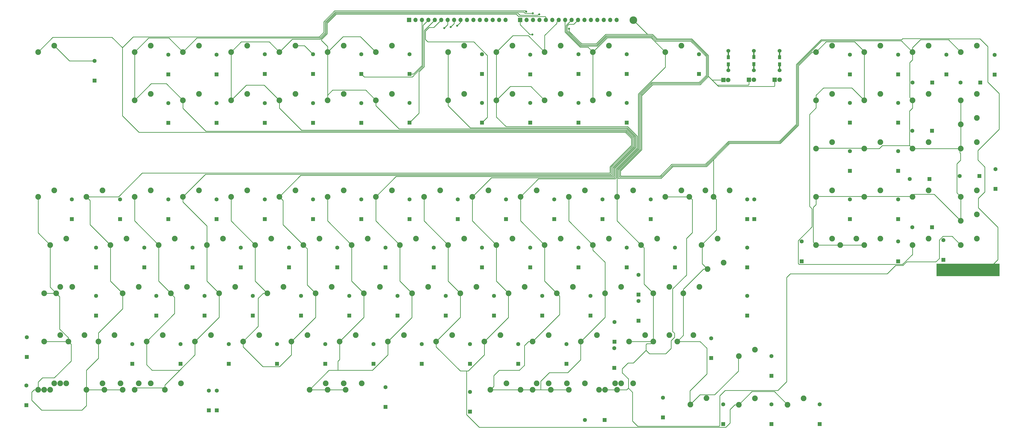
<source format=gbr>
%TF.GenerationSoftware,KiCad,Pcbnew,5.1.9+dfsg1-1*%
%TF.CreationDate,2022-02-11T04:52:15+01:00*%
%TF.ProjectId,va11800,76613131-3830-4302-9e6b-696361645f70,rev?*%
%TF.SameCoordinates,Original*%
%TF.FileFunction,Copper,L2,Bot*%
%TF.FilePolarity,Positive*%
%FSLAX46Y46*%
G04 Gerber Fmt 4.6, Leading zero omitted, Abs format (unit mm)*
G04 Created by KiCad (PCBNEW 5.1.9+dfsg1-1) date 2022-02-11 04:52:15*
%MOMM*%
%LPD*%
G01*
G04 APERTURE LIST*
%TA.AperFunction,ComponentPad*%
%ADD10C,2.250000*%
%TD*%
%TA.AperFunction,ComponentPad*%
%ADD11R,1.600000X1.600000*%
%TD*%
%TA.AperFunction,ComponentPad*%
%ADD12C,1.600000*%
%TD*%
%TA.AperFunction,ComponentPad*%
%ADD13R,1.800000X1.800000*%
%TD*%
%TA.AperFunction,ComponentPad*%
%ADD14C,1.800000*%
%TD*%
%TA.AperFunction,ComponentPad*%
%ADD15C,1.524000*%
%TD*%
%TA.AperFunction,SMDPad,CuDef*%
%ADD16R,0.500000X2.900000*%
%TD*%
%TA.AperFunction,SMDPad,CuDef*%
%ADD17R,1.200000X1.600000*%
%TD*%
%TA.AperFunction,ComponentPad*%
%ADD18O,1.700000X1.700000*%
%TD*%
%TA.AperFunction,ComponentPad*%
%ADD19R,1.700000X1.700000*%
%TD*%
%TA.AperFunction,SMDPad,CuDef*%
%ADD20R,25.000000X5.000000*%
%TD*%
%TA.AperFunction,SMDPad,CuDef*%
%ADD21O,3.000000X3.000000*%
%TD*%
%TA.AperFunction,ViaPad*%
%ADD22C,0.800000*%
%TD*%
%TA.AperFunction,Conductor*%
%ADD23C,0.250000*%
%TD*%
%TA.AperFunction,Conductor*%
%ADD24C,0.245000*%
%TD*%
G04 APERTURE END LIST*
D10*
%TO.P,f5,2*%
%TO.N,Net-(D6-Pad2)*%
X145412500Y-73971250D03*
%TO.P,f5,1*%
%TO.N,col3*%
X139062500Y-76511250D03*
%TD*%
%TO.P,pause1,2*%
%TO.N,Net-(D12-Pad2)*%
X278762500Y-73971250D03*
%TO.P,pause1,1*%
%TO.N,col6*%
X272412500Y-76511250D03*
%TD*%
%TO.P,f4,2*%
%TO.N,Net-(D5-Pad2)*%
X126362500Y-73971250D03*
%TO.P,f4,1*%
%TO.N,col2*%
X120012500Y-76511250D03*
%TD*%
%TO.P,f10,2*%
%TO.N,Net-(D21-Pad2)*%
X126362500Y-93021250D03*
%TO.P,f10,1*%
%TO.N,col2*%
X120012500Y-95561250D03*
%TD*%
%TO.P,f9,2*%
%TO.N,Net-(D20-Pad2)*%
X107312500Y-93021250D03*
%TO.P,f9,1*%
%TO.N,col2*%
X100962500Y-95561250D03*
%TD*%
%TO.P,kp_8,1*%
%TO.N,col7*%
X350993750Y-95561250D03*
%TO.P,kp_8,2*%
%TO.N,Net-(D29-Pad2)*%
X357343750Y-93021250D03*
%TD*%
%TO.P,kp_1,1*%
%TO.N,col8*%
X331943750Y-133661250D03*
%TO.P,kp_1,2*%
%TO.N,Net-(D54-Pad2)*%
X338293750Y-131121250D03*
%TD*%
%TO.P,n7,1*%
%TO.N,col3*%
X158112500Y-133661250D03*
%TO.P,n7,2*%
%TO.N,Net-(D44-Pad2)*%
X164462500Y-131121250D03*
%TD*%
%TO.P,grave1,1*%
%TO.N,col0*%
X24762500Y-133661250D03*
%TO.P,grave1,2*%
%TO.N,Net-(D37-Pad2)*%
X31112500Y-131121250D03*
%TD*%
%TO.P,left_shift2,1*%
%TO.N,col0*%
X27143750Y-190811250D03*
%TO.P,left_shift2,2*%
%TO.N,Net-(D94-Pad2)*%
X33493750Y-188271250D03*
%TD*%
%TO.P,left_shift1,1*%
%TO.N,col0*%
X36668750Y-190811250D03*
%TO.P,left_shift1,2*%
%TO.N,Net-(D94-Pad2)*%
X43018750Y-188271250D03*
%TD*%
%TO.P,stepped_capslock1,1*%
%TO.N,col0*%
X27143750Y-171761250D03*
%TO.P,stepped_capslock1,2*%
%TO.N,Net-(D76-Pad2)*%
X33493750Y-169221250D03*
%TD*%
%TO.P,capslock1,1*%
%TO.N,col0*%
X31906250Y-171761250D03*
%TO.P,capslock1,2*%
%TO.N,Net-(D76-Pad2)*%
X38256250Y-169221250D03*
%TD*%
%TO.P,tab1,1*%
%TO.N,col0*%
X29525000Y-152711250D03*
%TO.P,tab1,2*%
%TO.N,Net-(D58-Pad2)*%
X35875000Y-150171250D03*
%TD*%
D11*
%TO.P,D1,1*%
%TO.N,row0*%
X47050000Y-87820000D03*
D12*
%TO.P,D1,2*%
%TO.N,Net-(D1-Pad2)*%
X47050000Y-80020000D03*
%TD*%
D13*
%TO.P,D52,1*%
%TO.N,GND*%
X315630000Y-87490000D03*
D14*
%TO.P,D52,2*%
%TO.N,Net-(D52-Pad2)*%
X317520000Y-87490000D03*
%TD*%
D13*
%TO.P,D50,1*%
%TO.N,GND*%
X305470000Y-87490000D03*
D14*
%TO.P,D50,2*%
%TO.N,Net-(D50-Pad2)*%
X307360000Y-87490000D03*
%TD*%
D13*
%TO.P,D17,1*%
%TO.N,GND*%
X295380000Y-87530000D03*
D14*
%TO.P,D17,2*%
%TO.N,Net-(D17-Pad2)*%
X297270000Y-87530000D03*
%TD*%
D15*
%TO.P,R3,2*%
%TO.N,ScrollLock*%
X317520000Y-76050000D03*
%TO.P,R3,1*%
%TO.N,Net-(D52-Pad2)*%
X317530000Y-83770000D03*
D16*
X317530000Y-82450000D03*
%TO.P,R3,2*%
%TO.N,ScrollLock*%
X317530000Y-77450000D03*
D17*
X317530000Y-78550000D03*
%TO.P,R3,1*%
%TO.N,Net-(D52-Pad2)*%
X317530000Y-81350000D03*
%TD*%
D15*
%TO.P,R2,2*%
%TO.N,CapsLock*%
X307370000Y-76020000D03*
%TO.P,R2,1*%
%TO.N,Net-(D50-Pad2)*%
X307380000Y-83740000D03*
D16*
X307380000Y-82420000D03*
%TO.P,R2,2*%
%TO.N,CapsLock*%
X307380000Y-77420000D03*
D17*
X307380000Y-78520000D03*
%TO.P,R2,1*%
%TO.N,Net-(D50-Pad2)*%
X307380000Y-81320000D03*
%TD*%
D15*
%TO.P,R1,2*%
%TO.N,NumLock*%
X297340000Y-76060000D03*
%TO.P,R1,1*%
%TO.N,Net-(D17-Pad2)*%
X297350000Y-83780000D03*
D16*
X297350000Y-82460000D03*
%TO.P,R1,2*%
%TO.N,NumLock*%
X297350000Y-77460000D03*
D17*
X297350000Y-78560000D03*
%TO.P,R1,1*%
%TO.N,Net-(D17-Pad2)*%
X297350000Y-81360000D03*
%TD*%
D10*
%TO.P,left1,1*%
%TO.N,col7*%
X282308000Y-215772000D03*
%TO.P,left1,2*%
%TO.N,Net-(D116-Pad2)*%
X288658000Y-213232000D03*
%TD*%
%TO.P,R_mod3_1U1,2*%
%TO.N,Net-(D124-Pad2)*%
X259715000Y-207321250D03*
%TO.P,R_mod3_1U1,1*%
%TO.N,col6*%
X253365000Y-209861250D03*
%TD*%
%TO.P,R_mod2_1U1,2*%
%TO.N,Net-(D118-Pad2)*%
X240665000Y-207321250D03*
%TO.P,R_mod2_1U1,1*%
%TO.N,col5*%
X234315000Y-209861250D03*
%TD*%
%TO.P,R_mod1_1U1,2*%
%TO.N,Net-(D117-Pad2)*%
X221615000Y-207321350D03*
%TO.P,R_mod1_1U1,1*%
%TO.N,col5*%
X215265000Y-209861350D03*
%TD*%
%TO.P,L_mod3_1U1,2*%
%TO.N,Net-(D75-Pad2)*%
X69215000Y-207321250D03*
%TO.P,L_mod3_1U1,1*%
%TO.N,col1*%
X62865000Y-209861250D03*
%TD*%
%TO.P,lm21u1,2*%
%TO.N,Net-(D122-Pad2)*%
X50165000Y-207321250D03*
%TO.P,lm21u1,1*%
%TO.N,col0*%
X43815000Y-209861250D03*
%TD*%
%TO.P,lm1u1,2*%
%TO.N,Net-(D121-Pad2)*%
X31115000Y-207321250D03*
%TO.P,lm1u1,1*%
%TO.N,col0*%
X24765000Y-209861250D03*
%TD*%
D11*
%TO.P,D124,1*%
%TO.N,row13*%
X271510000Y-220850000D03*
D12*
%TO.P,D124,2*%
%TO.N,Net-(D124-Pad2)*%
X271510000Y-213050000D03*
%TD*%
D11*
%TO.P,D122,1*%
%TO.N,row12*%
X92150000Y-218000000D03*
D12*
%TO.P,D122,2*%
%TO.N,Net-(D122-Pad2)*%
X92150000Y-210200000D03*
%TD*%
D11*
%TO.P,D121,1*%
%TO.N,row13*%
X20130000Y-216020000D03*
D12*
%TO.P,D121,2*%
%TO.N,Net-(D121-Pad2)*%
X20130000Y-208220000D03*
%TD*%
D11*
%TO.P,D120,1*%
%TO.N,row13*%
X161925000Y-216693750D03*
D12*
%TO.P,D120,2*%
%TO.N,Net-(D120-Pad2)*%
X161925000Y-208893750D03*
%TD*%
D11*
%TO.P,D118,1*%
%TO.N,row12*%
X248480000Y-221870000D03*
D12*
%TO.P,D118,2*%
%TO.N,Net-(D118-Pad2)*%
X240680000Y-221870000D03*
%TD*%
D11*
%TO.P,D117,1*%
%TO.N,row13*%
X195260000Y-218563750D03*
D12*
%TO.P,D117,2*%
%TO.N,Net-(D117-Pad2)*%
X195260000Y-210763750D03*
%TD*%
D11*
%TO.P,D116,1*%
%TO.N,row12*%
X295272500Y-223445000D03*
D12*
%TO.P,D116,2*%
%TO.N,Net-(D116-Pad2)*%
X295272500Y-215645000D03*
%TD*%
D11*
%TO.P,D115,1*%
%TO.N,row12*%
X314322500Y-223445000D03*
D12*
%TO.P,D115,2*%
%TO.N,Net-(D115-Pad2)*%
X314322500Y-215645000D03*
%TD*%
D11*
%TO.P,D114,1*%
%TO.N,row13*%
X333372500Y-223445000D03*
D12*
%TO.P,D114,2*%
%TO.N,Net-(D114-Pad2)*%
X333372500Y-215645000D03*
%TD*%
D11*
%TO.P,D108,1*%
%TO.N,row13*%
X314322500Y-204395000D03*
D12*
%TO.P,D108,2*%
%TO.N,Net-(D108-Pad2)*%
X314322500Y-196595000D03*
%TD*%
D11*
%TO.P,D107,1*%
%TO.N,row10*%
X252232200Y-201281600D03*
D12*
%TO.P,D107,2*%
%TO.N,Net-(D107-Pad2)*%
X252232200Y-193481600D03*
%TD*%
D11*
%TO.P,D105,1*%
%TO.N,row10*%
X252333800Y-190921400D03*
D12*
%TO.P,D105,2*%
%TO.N,Net-(D105-Pad2)*%
X252333800Y-183121400D03*
%TD*%
D11*
%TO.P,D104,1*%
%TO.N,row11*%
X233360000Y-199632500D03*
D12*
%TO.P,D104,2*%
%TO.N,Net-(D104-Pad2)*%
X233360000Y-191832500D03*
%TD*%
D11*
%TO.P,D103,1*%
%TO.N,row10*%
X214310000Y-199632500D03*
D12*
%TO.P,D103,2*%
%TO.N,Net-(D103-Pad2)*%
X214310000Y-191832500D03*
%TD*%
D11*
%TO.P,D102,1*%
%TO.N,row11*%
X195260000Y-199632500D03*
D12*
%TO.P,D102,2*%
%TO.N,Net-(D102-Pad2)*%
X195260000Y-191832500D03*
%TD*%
D11*
%TO.P,D101,1*%
%TO.N,row10*%
X176210000Y-199632500D03*
D12*
%TO.P,D101,2*%
%TO.N,Net-(D101-Pad2)*%
X176210000Y-191832500D03*
%TD*%
D11*
%TO.P,D100,1*%
%TO.N,row11*%
X157160000Y-199632500D03*
D12*
%TO.P,D100,2*%
%TO.N,Net-(D100-Pad2)*%
X157160000Y-191832500D03*
%TD*%
D11*
%TO.P,D99,1*%
%TO.N,row10*%
X138110000Y-199632500D03*
D12*
%TO.P,D99,2*%
%TO.N,Net-(D99-Pad2)*%
X138110000Y-191832500D03*
%TD*%
D11*
%TO.P,D98,1*%
%TO.N,row11*%
X119060000Y-199632500D03*
D12*
%TO.P,D98,2*%
%TO.N,Net-(D98-Pad2)*%
X119060000Y-191832500D03*
%TD*%
D11*
%TO.P,D97,1*%
%TO.N,row10*%
X100010000Y-199632500D03*
D12*
%TO.P,D97,2*%
%TO.N,Net-(D97-Pad2)*%
X100010000Y-191832500D03*
%TD*%
D11*
%TO.P,D96,1*%
%TO.N,row11*%
X80960000Y-199632500D03*
D12*
%TO.P,D96,2*%
%TO.N,Net-(D96-Pad2)*%
X80960000Y-191832500D03*
%TD*%
D11*
%TO.P,D95,1*%
%TO.N,row10*%
X61910000Y-199632500D03*
D12*
%TO.P,D95,2*%
%TO.N,Net-(D95-Pad2)*%
X61910000Y-191832500D03*
%TD*%
D11*
%TO.P,D94,1*%
%TO.N,row11*%
X20300000Y-196940000D03*
D12*
%TO.P,D94,2*%
%TO.N,Net-(D94-Pad2)*%
X20300000Y-189140000D03*
%TD*%
D11*
%TO.P,D92,1*%
%TO.N,row11*%
X290510000Y-197370000D03*
D12*
%TO.P,D92,2*%
%TO.N,Net-(D92-Pad2)*%
X290510000Y-189570000D03*
%TD*%
D11*
%TO.P,D91,1*%
%TO.N,row13*%
X364328750Y-159151250D03*
D12*
%TO.P,D91,2*%
%TO.N,Net-(D91-Pad2)*%
X364328750Y-151351250D03*
%TD*%
D11*
%TO.P,D88,1*%
%TO.N,row9*%
X261833400Y-182655600D03*
D12*
%TO.P,D88,2*%
%TO.N,Net-(D88-Pad2)*%
X261833400Y-174855600D03*
%TD*%
D11*
%TO.P,D87,1*%
%TO.N,row8*%
X261833400Y-172289400D03*
D12*
%TO.P,D87,2*%
%TO.N,Net-(D87-Pad2)*%
X261833400Y-164489400D03*
%TD*%
D11*
%TO.P,D86,1*%
%TO.N,row9*%
X242885000Y-180582500D03*
D12*
%TO.P,D86,2*%
%TO.N,Net-(D86-Pad2)*%
X242885000Y-172782500D03*
%TD*%
D11*
%TO.P,D85,1*%
%TO.N,row8*%
X223835000Y-180582500D03*
D12*
%TO.P,D85,2*%
%TO.N,Net-(D85-Pad2)*%
X223835000Y-172782500D03*
%TD*%
D11*
%TO.P,D84,1*%
%TO.N,row9*%
X204785000Y-180582500D03*
D12*
%TO.P,D84,2*%
%TO.N,Net-(D84-Pad2)*%
X204785000Y-172782500D03*
%TD*%
D11*
%TO.P,D83,1*%
%TO.N,row8*%
X185735000Y-180582500D03*
D12*
%TO.P,D83,2*%
%TO.N,Net-(D83-Pad2)*%
X185735000Y-172782500D03*
%TD*%
D11*
%TO.P,D82,1*%
%TO.N,row9*%
X166685000Y-180582500D03*
D12*
%TO.P,D82,2*%
%TO.N,Net-(D82-Pad2)*%
X166685000Y-172782500D03*
%TD*%
D11*
%TO.P,D81,1*%
%TO.N,row8*%
X147635000Y-180582500D03*
D12*
%TO.P,D81,2*%
%TO.N,Net-(D81-Pad2)*%
X147635000Y-172782500D03*
%TD*%
D11*
%TO.P,D80,1*%
%TO.N,row9*%
X128585000Y-180582500D03*
D12*
%TO.P,D80,2*%
%TO.N,Net-(D80-Pad2)*%
X128585000Y-172782500D03*
%TD*%
D11*
%TO.P,D79,1*%
%TO.N,row8*%
X109535000Y-180582500D03*
D12*
%TO.P,D79,2*%
%TO.N,Net-(D79-Pad2)*%
X109535000Y-172782500D03*
%TD*%
D11*
%TO.P,D78,1*%
%TO.N,row9*%
X90485000Y-180582500D03*
D12*
%TO.P,D78,2*%
%TO.N,Net-(D78-Pad2)*%
X90485000Y-172782500D03*
%TD*%
D11*
%TO.P,D77,1*%
%TO.N,row8*%
X71435000Y-180582500D03*
D12*
%TO.P,D77,2*%
%TO.N,Net-(D77-Pad2)*%
X71435000Y-172782500D03*
%TD*%
D11*
%TO.P,D76,1*%
%TO.N,row9*%
X47622500Y-180582500D03*
D12*
%TO.P,D76,2*%
%TO.N,Net-(D76-Pad2)*%
X47622500Y-172782500D03*
%TD*%
D11*
%TO.P,D75,1*%
%TO.N,row13*%
X95290000Y-218010000D03*
D12*
%TO.P,D75,2*%
%TO.N,Net-(D75-Pad2)*%
X95290000Y-210210000D03*
%TD*%
D11*
%TO.P,D74,1*%
%TO.N,row8*%
X304797500Y-180582500D03*
D12*
%TO.P,D74,2*%
%TO.N,Net-(D74-Pad2)*%
X304797500Y-172782500D03*
%TD*%
D11*
%TO.P,D73,1*%
%TO.N,row10*%
X377753750Y-145726250D03*
D12*
%TO.P,D73,2*%
%TO.N,Net-(D73-Pad2)*%
X369953750Y-145726250D03*
%TD*%
D11*
%TO.P,D72,1*%
%TO.N,row12*%
X326228750Y-159151250D03*
D12*
%TO.P,D72,2*%
%TO.N,Net-(D72-Pad2)*%
X326228750Y-151351250D03*
%TD*%
D11*
%TO.P,D71,1*%
%TO.N,row6*%
X304797500Y-161532500D03*
D12*
%TO.P,D71,2*%
%TO.N,Net-(D71-Pad2)*%
X304797500Y-153732500D03*
%TD*%
D11*
%TO.P,D70,1*%
%TO.N,row7*%
X276222500Y-161532500D03*
D12*
%TO.P,D70,2*%
%TO.N,Net-(D70-Pad2)*%
X276222500Y-153732500D03*
%TD*%
D11*
%TO.P,D69,1*%
%TO.N,row6*%
X257172500Y-161532500D03*
D12*
%TO.P,D69,2*%
%TO.N,Net-(D69-Pad2)*%
X257172500Y-153732500D03*
%TD*%
D11*
%TO.P,D68,1*%
%TO.N,row7*%
X238122500Y-161532500D03*
D12*
%TO.P,D68,2*%
%TO.N,Net-(D68-Pad2)*%
X238122500Y-153732500D03*
%TD*%
D11*
%TO.P,D67,1*%
%TO.N,row6*%
X219072500Y-161532500D03*
D12*
%TO.P,D67,2*%
%TO.N,Net-(D67-Pad2)*%
X219072500Y-153732500D03*
%TD*%
D11*
%TO.P,D66,1*%
%TO.N,row7*%
X200022500Y-161532500D03*
D12*
%TO.P,D66,2*%
%TO.N,Net-(D66-Pad2)*%
X200022500Y-153732500D03*
%TD*%
D11*
%TO.P,D65,1*%
%TO.N,row6*%
X180972500Y-161532500D03*
D12*
%TO.P,D65,2*%
%TO.N,Net-(D65-Pad2)*%
X180972500Y-153732500D03*
%TD*%
D11*
%TO.P,D64,1*%
%TO.N,row7*%
X161922500Y-161532500D03*
D12*
%TO.P,D64,2*%
%TO.N,Net-(D64-Pad2)*%
X161922500Y-153732500D03*
%TD*%
D11*
%TO.P,D63,1*%
%TO.N,row6*%
X142872500Y-161532500D03*
D12*
%TO.P,D63,2*%
%TO.N,Net-(D63-Pad2)*%
X142872500Y-153732500D03*
%TD*%
D11*
%TO.P,D62,1*%
%TO.N,row7*%
X123822500Y-161532500D03*
D12*
%TO.P,D62,2*%
%TO.N,Net-(D62-Pad2)*%
X123822500Y-153732500D03*
%TD*%
D11*
%TO.P,D61,1*%
%TO.N,row6*%
X104772500Y-161532500D03*
D12*
%TO.P,D61,2*%
%TO.N,Net-(D61-Pad2)*%
X104772500Y-153732500D03*
%TD*%
D11*
%TO.P,D60,1*%
%TO.N,row7*%
X85722500Y-161532500D03*
D12*
%TO.P,D60,2*%
%TO.N,Net-(D60-Pad2)*%
X85722500Y-153732500D03*
%TD*%
D11*
%TO.P,D59,1*%
%TO.N,row6*%
X66672500Y-161532500D03*
D12*
%TO.P,D59,2*%
%TO.N,Net-(D59-Pad2)*%
X66672500Y-153732500D03*
%TD*%
D11*
%TO.P,D58,1*%
%TO.N,row7*%
X47622500Y-161532500D03*
D12*
%TO.P,D58,2*%
%TO.N,Net-(D58-Pad2)*%
X47622500Y-153732500D03*
%TD*%
D11*
%TO.P,D57,1*%
%TO.N,row11*%
X382204000Y-158627200D03*
D12*
%TO.P,D57,2*%
%TO.N,Net-(D57-Pad2)*%
X382204000Y-150827200D03*
%TD*%
D11*
%TO.P,D56,1*%
%TO.N,row10*%
X376772500Y-126676250D03*
D12*
%TO.P,D56,2*%
%TO.N,Net-(D56-Pad2)*%
X368972500Y-126676250D03*
%TD*%
D11*
%TO.P,D55,1*%
%TO.N,row8*%
X364328750Y-142482500D03*
D12*
%TO.P,D55,2*%
%TO.N,Net-(D55-Pad2)*%
X364328750Y-134682500D03*
%TD*%
D11*
%TO.P,D54,1*%
%TO.N,row9*%
X345278750Y-142482500D03*
D12*
%TO.P,D54,2*%
%TO.N,Net-(D54-Pad2)*%
X345278750Y-134682500D03*
%TD*%
D11*
%TO.P,D53,1*%
%TO.N,row11*%
X402828800Y-130582600D03*
D12*
%TO.P,D53,2*%
%TO.N,Net-(D53-Pad2)*%
X402828800Y-122782600D03*
%TD*%
D11*
%TO.P,D51,1*%
%TO.N,row5*%
X304797500Y-142482500D03*
D12*
%TO.P,D51,2*%
%TO.N,Net-(D51-Pad2)*%
X304797500Y-134682500D03*
%TD*%
D11*
%TO.P,D49,1*%
%TO.N,row5*%
X266697500Y-142482500D03*
D12*
%TO.P,D49,2*%
%TO.N,Net-(D49-Pad2)*%
X266697500Y-134682500D03*
%TD*%
D11*
%TO.P,D48,1*%
%TO.N,row4*%
X247647500Y-142482500D03*
D12*
%TO.P,D48,2*%
%TO.N,Net-(D48-Pad2)*%
X247647500Y-134682500D03*
%TD*%
D11*
%TO.P,D47,1*%
%TO.N,row5*%
X228597500Y-142482500D03*
D12*
%TO.P,D47,2*%
%TO.N,Net-(D47-Pad2)*%
X228597500Y-134682500D03*
%TD*%
D11*
%TO.P,D46,1*%
%TO.N,row4*%
X209547500Y-142482500D03*
D12*
%TO.P,D46,2*%
%TO.N,Net-(D46-Pad2)*%
X209547500Y-134682500D03*
%TD*%
D11*
%TO.P,D45,1*%
%TO.N,row5*%
X190497500Y-142482500D03*
D12*
%TO.P,D45,2*%
%TO.N,Net-(D45-Pad2)*%
X190497500Y-134682500D03*
%TD*%
D11*
%TO.P,D44,1*%
%TO.N,row4*%
X171447500Y-142482500D03*
D12*
%TO.P,D44,2*%
%TO.N,Net-(D44-Pad2)*%
X171447500Y-134682500D03*
%TD*%
D11*
%TO.P,D43,1*%
%TO.N,row5*%
X152397500Y-142482500D03*
D12*
%TO.P,D43,2*%
%TO.N,Net-(D43-Pad2)*%
X152397500Y-134682500D03*
%TD*%
D11*
%TO.P,D42,1*%
%TO.N,row4*%
X133347500Y-142482500D03*
D12*
%TO.P,D42,2*%
%TO.N,Net-(D42-Pad2)*%
X133347500Y-134682500D03*
%TD*%
D11*
%TO.P,D41,1*%
%TO.N,row5*%
X114297500Y-142482500D03*
D12*
%TO.P,D41,2*%
%TO.N,Net-(D41-Pad2)*%
X114297500Y-134682500D03*
%TD*%
D11*
%TO.P,D40,1*%
%TO.N,row4*%
X95247500Y-142482500D03*
D12*
%TO.P,D40,2*%
%TO.N,Net-(D40-Pad2)*%
X95247500Y-134682500D03*
%TD*%
D11*
%TO.P,D39,1*%
%TO.N,row5*%
X76197500Y-142482500D03*
D12*
%TO.P,D39,2*%
%TO.N,Net-(D39-Pad2)*%
X76197500Y-134682500D03*
%TD*%
D11*
%TO.P,D38,1*%
%TO.N,row4*%
X57147500Y-142482500D03*
D12*
%TO.P,D38,2*%
%TO.N,Net-(D38-Pad2)*%
X57147500Y-134682500D03*
%TD*%
D11*
%TO.P,D37,1*%
%TO.N,row5*%
X38097500Y-142482500D03*
D12*
%TO.P,D37,2*%
%TO.N,Net-(D37-Pad2)*%
X38097500Y-134682500D03*
%TD*%
D11*
%TO.P,D36,1*%
%TO.N,row6*%
X377753750Y-107626250D03*
D12*
%TO.P,D36,2*%
%TO.N,Net-(D36-Pad2)*%
X369953750Y-107626250D03*
%TD*%
D11*
%TO.P,D35,1*%
%TO.N,row4*%
X364328750Y-123432500D03*
D12*
%TO.P,D35,2*%
%TO.N,Net-(D35-Pad2)*%
X364328750Y-115632500D03*
%TD*%
D11*
%TO.P,D34,1*%
%TO.N,row5*%
X345278750Y-123432500D03*
D12*
%TO.P,D34,2*%
%TO.N,Net-(D34-Pad2)*%
X345278750Y-115632500D03*
%TD*%
D11*
%TO.P,D33,1*%
%TO.N,row7*%
X396456400Y-125488800D03*
D12*
%TO.P,D33,2*%
%TO.N,Net-(D33-Pad2)*%
X388656400Y-125488800D03*
%TD*%
D11*
%TO.P,D32,1*%
%TO.N,row2*%
X396803750Y-88576250D03*
D12*
%TO.P,D32,2*%
%TO.N,Net-(D32-Pad2)*%
X389003750Y-88576250D03*
%TD*%
D11*
%TO.P,D31,1*%
%TO.N,row4*%
X307590000Y-142500000D03*
D12*
%TO.P,D31,2*%
%TO.N,Net-(D31-Pad2)*%
X307590000Y-134700000D03*
%TD*%
D11*
%TO.P,D30,1*%
%TO.N,row3*%
X377872500Y-88576250D03*
D12*
%TO.P,D30,2*%
%TO.N,Net-(D30-Pad2)*%
X370072500Y-88576250D03*
%TD*%
D11*
%TO.P,D29,1*%
%TO.N,row2*%
X364328750Y-104382500D03*
D12*
%TO.P,D29,2*%
%TO.N,Net-(D29-Pad2)*%
X364328750Y-96582500D03*
%TD*%
D11*
%TO.P,D28,1*%
%TO.N,row3*%
X345278750Y-104382500D03*
D12*
%TO.P,D28,2*%
%TO.N,Net-(D28-Pad2)*%
X345278750Y-96582500D03*
%TD*%
D11*
%TO.P,D27,1*%
%TO.N,row3*%
X257172500Y-104382500D03*
D12*
%TO.P,D27,2*%
%TO.N,Net-(D27-Pad2)*%
X257172500Y-96582500D03*
%TD*%
D11*
%TO.P,D26,1*%
%TO.N,row3*%
X238122500Y-104382500D03*
D12*
%TO.P,D26,2*%
%TO.N,Net-(D26-Pad2)*%
X238122500Y-96582500D03*
%TD*%
D11*
%TO.P,D25,1*%
%TO.N,row2*%
X219072500Y-104382500D03*
D12*
%TO.P,D25,2*%
%TO.N,Net-(D25-Pad2)*%
X219072500Y-96582500D03*
%TD*%
D11*
%TO.P,D24,1*%
%TO.N,row3*%
X200022500Y-104382500D03*
D12*
%TO.P,D24,2*%
%TO.N,Net-(D24-Pad2)*%
X200022500Y-96582500D03*
%TD*%
D11*
%TO.P,D23,1*%
%TO.N,row2*%
X171447500Y-104382500D03*
D12*
%TO.P,D23,2*%
%TO.N,Net-(D23-Pad2)*%
X171447500Y-96582500D03*
%TD*%
D11*
%TO.P,D22,1*%
%TO.N,row3*%
X152397500Y-104501250D03*
D12*
%TO.P,D22,2*%
%TO.N,Net-(D22-Pad2)*%
X152397500Y-96701250D03*
%TD*%
D11*
%TO.P,D21,1*%
%TO.N,row2*%
X133347500Y-104501250D03*
D12*
%TO.P,D21,2*%
%TO.N,Net-(D21-Pad2)*%
X133347500Y-96701250D03*
%TD*%
D11*
%TO.P,D20,1*%
%TO.N,row3*%
X114297500Y-104501250D03*
D12*
%TO.P,D20,2*%
%TO.N,Net-(D20-Pad2)*%
X114297500Y-96701250D03*
%TD*%
D11*
%TO.P,D19,1*%
%TO.N,row2*%
X95247500Y-104501250D03*
D12*
%TO.P,D19,2*%
%TO.N,Net-(D19-Pad2)*%
X95247500Y-96701250D03*
%TD*%
D11*
%TO.P,D18,1*%
%TO.N,row3*%
X76197500Y-104501250D03*
D12*
%TO.P,D18,2*%
%TO.N,Net-(D18-Pad2)*%
X76197500Y-96701250D03*
%TD*%
D11*
%TO.P,D16,1*%
%TO.N,row0*%
X402428750Y-85451250D03*
D12*
%TO.P,D16,2*%
%TO.N,Net-(D16-Pad2)*%
X402428750Y-77651250D03*
%TD*%
D11*
%TO.P,D15,1*%
%TO.N,row1*%
X383378750Y-85332500D03*
D12*
%TO.P,D15,2*%
%TO.N,Net-(D15-Pad2)*%
X383378750Y-77532500D03*
%TD*%
D11*
%TO.P,D14,1*%
%TO.N,row0*%
X364328750Y-85332500D03*
D12*
%TO.P,D14,2*%
%TO.N,Net-(D14-Pad2)*%
X364328750Y-77532500D03*
%TD*%
D11*
%TO.P,D13,1*%
%TO.N,row1*%
X345278750Y-85332500D03*
D12*
%TO.P,D13,2*%
%TO.N,Net-(D13-Pad2)*%
X345278750Y-77532500D03*
%TD*%
D11*
%TO.P,D12,1*%
%TO.N,row1*%
X285747500Y-85213750D03*
D12*
%TO.P,D12,2*%
%TO.N,Net-(D12-Pad2)*%
X285747500Y-77413750D03*
%TD*%
D11*
%TO.P,D11,1*%
%TO.N,row0*%
X257172500Y-85213750D03*
D12*
%TO.P,D11,2*%
%TO.N,Net-(D11-Pad2)*%
X257172500Y-77413750D03*
%TD*%
D11*
%TO.P,D10,1*%
%TO.N,row1*%
X238122500Y-85213750D03*
D12*
%TO.P,D10,2*%
%TO.N,Net-(D10-Pad2)*%
X238122500Y-77413750D03*
%TD*%
D11*
%TO.P,D9,1*%
%TO.N,row0*%
X219072500Y-85332500D03*
D12*
%TO.P,D9,2*%
%TO.N,Net-(D9-Pad2)*%
X219072500Y-77532500D03*
%TD*%
D11*
%TO.P,D8,1*%
%TO.N,row1*%
X200022500Y-85213750D03*
D12*
%TO.P,D8,2*%
%TO.N,Net-(D8-Pad2)*%
X200022500Y-77413750D03*
%TD*%
D11*
%TO.P,D7,1*%
%TO.N,row0*%
X171447500Y-85213750D03*
D12*
%TO.P,D7,2*%
%TO.N,Net-(D7-Pad2)*%
X171447500Y-77413750D03*
%TD*%
D11*
%TO.P,D6,1*%
%TO.N,row1*%
X152397500Y-85213750D03*
D12*
%TO.P,D6,2*%
%TO.N,Net-(D6-Pad2)*%
X152397500Y-77413750D03*
%TD*%
D11*
%TO.P,D5,1*%
%TO.N,row0*%
X133347500Y-85213750D03*
D12*
%TO.P,D5,2*%
%TO.N,Net-(D5-Pad2)*%
X133347500Y-77413750D03*
%TD*%
D11*
%TO.P,D4,1*%
%TO.N,row1*%
X114297500Y-85213750D03*
D12*
%TO.P,D4,2*%
%TO.N,Net-(D4-Pad2)*%
X114297500Y-77413750D03*
%TD*%
D11*
%TO.P,D3,1*%
%TO.N,row0*%
X95247500Y-85332500D03*
D12*
%TO.P,D3,2*%
%TO.N,Net-(D3-Pad2)*%
X95247500Y-77532500D03*
%TD*%
D11*
%TO.P,D2,1*%
%TO.N,row1*%
X76197500Y-85332500D03*
D12*
%TO.P,D2,2*%
%TO.N,Net-(D2-Pad2)*%
X76197500Y-77532500D03*
%TD*%
D10*
%TO.P,end1,2*%
%TO.N,Net-(D25-Pad2)*%
X212087500Y-93021250D03*
%TO.P,end1,1*%
%TO.N,col5*%
X205737500Y-95561250D03*
%TD*%
%TO.P,e1,2*%
%TO.N,Net-(D61-Pad2)*%
X97787500Y-150171250D03*
%TO.P,e1,1*%
%TO.N,col1*%
X91437500Y-152711250D03*
%TD*%
%TO.P,down1,2*%
%TO.N,Net-(D115-Pad2)*%
X307830000Y-213250000D03*
%TO.P,down1,1*%
%TO.N,col4*%
X301480000Y-215790000D03*
%TD*%
%TO.P,dot1,2*%
%TO.N,Net-(D104-Pad2)*%
X226375000Y-188271250D03*
%TO.P,dot1,1*%
%TO.N,col5*%
X220025000Y-190811250D03*
%TD*%
%TO.P,delete1,2*%
%TO.N,Net-(D24-Pad2)*%
X193037500Y-93021250D03*
%TO.P,delete1,1*%
%TO.N,col4*%
X186687500Y-95561250D03*
%TD*%
%TO.P,lm2a1,2*%
%TO.N,Net-(D122-Pad2)*%
X57308750Y-207321240D03*
%TO.P,lm2a1,1*%
%TO.N,col0*%
X50958750Y-209861240D03*
%TD*%
%TO.P,lm1a1,2*%
%TO.N,Net-(D121-Pad2)*%
X33495000Y-207321250D03*
%TO.P,lm1a1,1*%
%TO.N,col0*%
X27145000Y-209861250D03*
%TD*%
%TO.P,L_mod3,2*%
%TO.N,Net-(D75-Pad2)*%
X81121250Y-207322250D03*
%TO.P,L_mod3,1*%
%TO.N,col1*%
X74771250Y-209862250D03*
%TD*%
%TO.P,lm2,2*%
%TO.N,Net-(D122-Pad2)*%
X64450000Y-207321250D03*
%TO.P,lm2,1*%
%TO.N,col0*%
X58100000Y-209861250D03*
%TD*%
%TO.P,lm1,2*%
%TO.N,Net-(D121-Pad2)*%
X35875000Y-207321250D03*
%TO.P,lm1,1*%
%TO.N,col0*%
X29525000Y-209861250D03*
%TD*%
%TO.P,space3,2*%
%TO.N,Net-(space1-Pad2)*%
X138268750Y-207321250D03*
%TO.P,space3,1*%
%TO.N,col3*%
X131918750Y-209861250D03*
%TD*%
%TO.P,space2,2*%
%TO.N,Net-(space1-Pad2)*%
X152558750Y-207321240D03*
%TO.P,space2,1*%
%TO.N,col3*%
X146208750Y-209861240D03*
%TD*%
%TO.P,space1,2*%
%TO.N,Net-(space1-Pad2)*%
X145412500Y-207321250D03*
%TO.P,space1,1*%
%TO.N,col3*%
X139062500Y-209861250D03*
%TD*%
%TO.P,R_mod3_alt1,2*%
%TO.N,Net-(D124-Pad2)*%
X252568750Y-207321250D03*
%TO.P,R_mod3_alt1,1*%
%TO.N,col6*%
X246218750Y-209861250D03*
%TD*%
%TO.P,R_mod2_alt1,2*%
%TO.N,Net-(D118-Pad2)*%
X233518750Y-207321250D03*
%TO.P,R_mod2_alt1,1*%
%TO.N,col5*%
X227168750Y-209861250D03*
%TD*%
%TO.P,R_mod3,2*%
%TO.N,Net-(D124-Pad2)*%
X254950000Y-207321250D03*
%TO.P,R_mod3,1*%
%TO.N,col6*%
X248600000Y-209861250D03*
%TD*%
%TO.P,R_mod2,2*%
%TO.N,Net-(D118-Pad2)*%
X226375000Y-207321250D03*
%TO.P,R_mod2,1*%
%TO.N,col5*%
X220025000Y-209861250D03*
%TD*%
%TO.P,R_mod1,2*%
%TO.N,Net-(D117-Pad2)*%
X209706250Y-207321250D03*
%TO.P,R_mod1,1*%
%TO.N,col5*%
X203356250Y-209861250D03*
%TD*%
%TO.P,insert1,2*%
%TO.N,Net-(D8-Pad2)*%
X193037500Y-73971250D03*
%TO.P,insert1,1*%
%TO.N,col4*%
X186687500Y-76511250D03*
%TD*%
D18*
%TO.P,J1,16*%
%TO.N,row13*%
X209340000Y-63860000D03*
%TO.P,J1,15*%
%TO.N,row12*%
X206800000Y-63860000D03*
%TO.P,J1,14*%
%TO.N,row11*%
X204260000Y-63860000D03*
%TO.P,J1,13*%
%TO.N,row10*%
X201720000Y-63860000D03*
%TO.P,J1,12*%
%TO.N,row9*%
X199180000Y-63860000D03*
%TO.P,J1,11*%
%TO.N,row8*%
X196640000Y-63860000D03*
%TO.P,J1,10*%
%TO.N,row7*%
X194100000Y-63860000D03*
%TO.P,J1,9*%
%TO.N,row6*%
X191560000Y-63860000D03*
%TO.P,J1,8*%
%TO.N,row5*%
X189020000Y-63860000D03*
%TO.P,J1,7*%
%TO.N,row4*%
X186480000Y-63860000D03*
%TO.P,J1,6*%
%TO.N,row3*%
X183940000Y-63860000D03*
%TO.P,J1,5*%
%TO.N,row2*%
X181400000Y-63860000D03*
%TO.P,J1,4*%
%TO.N,row1*%
X178860000Y-63860000D03*
%TO.P,J1,3*%
%TO.N,row0*%
X176320000Y-63860000D03*
%TO.P,J1,2*%
%TO.N,Net-(J1-Pad2)*%
X173780000Y-63860000D03*
D19*
%TO.P,J1,1*%
%TO.N,Net-(J1-Pad1)*%
X171240000Y-63860000D03*
%TD*%
D10*
%TO.P,scroll_lock1,2*%
%TO.N,Net-(D27-Pad2)*%
X250187500Y-93021250D03*
%TO.P,scroll_lock1,1*%
%TO.N,col6*%
X243837500Y-95561250D03*
%TD*%
%TO.P,pagedown1,2*%
%TO.N,Net-(D26-Pad2)*%
X231137500Y-93021250D03*
%TO.P,pagedown1,1*%
%TO.N,col5*%
X224787500Y-95561250D03*
%TD*%
%TO.P,f12,2*%
%TO.N,Net-(D23-Pad2)*%
X164462500Y-93021250D03*
%TO.P,f12,1*%
%TO.N,col3*%
X158112500Y-95561250D03*
%TD*%
%TO.P,f11,2*%
%TO.N,Net-(D22-Pad2)*%
X145412500Y-93021250D03*
%TO.P,f11,1*%
%TO.N,col3*%
X139062500Y-95561250D03*
%TD*%
%TO.P,f8,2*%
%TO.N,Net-(D19-Pad2)*%
X88262500Y-93021250D03*
%TO.P,f8,1*%
%TO.N,col1*%
X81912500Y-95561250D03*
%TD*%
%TO.P,f7,2*%
%TO.N,Net-(D18-Pad2)*%
X69212500Y-93021250D03*
%TO.P,f7,1*%
%TO.N,col1*%
X62862500Y-95561250D03*
%TD*%
%TO.P,kp_+2,2*%
%TO.N,Net-(D32-Pad2)*%
X395443750Y-93021250D03*
%TO.P,kp_+2,1*%
%TO.N,col8*%
X389093750Y-95561250D03*
%TD*%
%TO.P,print1,2*%
%TO.N,Net-(D11-Pad2)*%
X250187500Y-73971250D03*
%TO.P,print1,1*%
%TO.N,col6*%
X243837500Y-76511250D03*
%TD*%
%TO.P,pageup1,2*%
%TO.N,Net-(D10-Pad2)*%
X231137500Y-73971250D03*
%TO.P,pageup1,1*%
%TO.N,col5*%
X224787500Y-76511250D03*
%TD*%
%TO.P,home1,2*%
%TO.N,Net-(D9-Pad2)*%
X212087500Y-73971250D03*
%TO.P,home1,1*%
%TO.N,col5*%
X205737500Y-76511250D03*
%TD*%
%TO.P,f6,2*%
%TO.N,Net-(D7-Pad2)*%
X164462500Y-73971250D03*
%TO.P,f6,1*%
%TO.N,col3*%
X158112500Y-76511250D03*
%TD*%
%TO.P,f3,2*%
%TO.N,Net-(D4-Pad2)*%
X107312500Y-73971250D03*
%TO.P,f3,1*%
%TO.N,col2*%
X100962500Y-76511250D03*
%TD*%
%TO.P,f2,2*%
%TO.N,Net-(D3-Pad2)*%
X88262500Y-73971250D03*
%TO.P,f2,1*%
%TO.N,col1*%
X81912500Y-76511250D03*
%TD*%
%TO.P,f1,2*%
%TO.N,Net-(D2-Pad2)*%
X69212500Y-73971250D03*
%TO.P,f1,1*%
%TO.N,col1*%
X62862500Y-76511250D03*
%TD*%
%TO.P,escape1,2*%
%TO.N,Net-(D1-Pad2)*%
X31112500Y-73971250D03*
%TO.P,escape1,1*%
%TO.N,col0*%
X24762500Y-76511250D03*
%TD*%
D20*
%TO.P,H6,1*%
%TO.N,GND*%
X391930000Y-162570000D03*
%TD*%
D21*
%TO.P,H7,1*%
%TO.N,GND*%
X259800000Y-63930000D03*
%TD*%
D10*
%TO.P,right_shift2,1*%
%TO.N,col6*%
X267650000Y-190811250D03*
%TO.P,right_shift2,2*%
%TO.N,Net-(D107-Pad2)*%
X274000000Y-188271250D03*
%TD*%
%TO.P,backspace2,1*%
%TO.N,col6*%
X281937500Y-133661250D03*
%TO.P,backspace2,2*%
%TO.N,Net-(D31-Pad2)*%
X288287500Y-131121250D03*
%TD*%
%TO.P,iso_enter1,1*%
%TO.N,col7*%
X289081250Y-162236250D03*
%TO.P,iso_enter1,2*%
%TO.N,Net-(D74-Pad2)*%
X295431250Y-159696250D03*
%TD*%
D19*
%TO.P,J2,1*%
%TO.N,GND*%
X215110000Y-63850000D03*
D18*
%TO.P,J2,2*%
%TO.N,col0*%
X217650000Y-63850000D03*
%TO.P,J2,3*%
%TO.N,col1*%
X220190000Y-63850000D03*
%TO.P,J2,4*%
%TO.N,col2*%
X222730000Y-63850000D03*
%TO.P,J2,5*%
%TO.N,col3*%
X225270000Y-63850000D03*
%TO.P,J2,6*%
%TO.N,col4*%
X227810000Y-63850000D03*
%TO.P,J2,7*%
%TO.N,col5*%
X230350000Y-63850000D03*
%TO.P,J2,8*%
%TO.N,col6*%
X232890000Y-63850000D03*
%TO.P,J2,9*%
%TO.N,col7*%
X235430000Y-63850000D03*
%TO.P,J2,10*%
%TO.N,col8*%
X237970000Y-63850000D03*
%TO.P,J2,11*%
%TO.N,NumLock*%
X240510000Y-63850000D03*
%TO.P,J2,12*%
%TO.N,CapsLock*%
X243050000Y-63850000D03*
%TO.P,J2,13*%
%TO.N,ScrollLock*%
X245590000Y-63850000D03*
%TO.P,J2,14*%
%TO.N,Net-(J2-Pad14)*%
X248130000Y-63850000D03*
%TO.P,J2,15*%
%TO.N,Net-(J2-Pad15)*%
X250670000Y-63850000D03*
%TO.P,J2,16*%
%TO.N,Net-(J2-Pad16)*%
X253210000Y-63850000D03*
%TD*%
D10*
%TO.P,up1,1*%
%TO.N,col7*%
X301480000Y-196590000D03*
%TO.P,up1,2*%
%TO.N,Net-(D108-Pad2)*%
X307830000Y-194050000D03*
%TD*%
%TO.P,numlock1,1*%
%TO.N,col7*%
X331943750Y-76511250D03*
%TO.P,numlock1,2*%
%TO.N,Net-(D13-Pad2)*%
X338293750Y-73971250D03*
%TD*%
%TO.P,q1,1*%
%TO.N,col0*%
X53337500Y-152711250D03*
%TO.P,q1,2*%
%TO.N,Net-(D59-Pad2)*%
X59687500Y-150171250D03*
%TD*%
%TO.P,kp_3,1*%
%TO.N,col8*%
X370043750Y-133661250D03*
%TO.P,kp_3,2*%
%TO.N,Net-(D56-Pad2)*%
X376393750Y-131121250D03*
%TD*%
%TO.P,kp_enter3,1*%
%TO.N,col6*%
X389093750Y-152711250D03*
%TO.P,kp_enter3,2*%
%TO.N,Net-(D57-Pad2)*%
X395443750Y-150171250D03*
%TD*%
%TO.P,kp_enter1,2*%
%TO.N,Net-(D53-Pad2)*%
X395443750Y-140646250D03*
%TO.P,kp_enter1,1*%
%TO.N,col8*%
X389093750Y-143186250D03*
%TD*%
%TO.P,kp_enter2,1*%
%TO.N,col8*%
X389093750Y-133661250D03*
%TO.P,kp_enter2,2*%
%TO.N,Net-(D53-Pad2)*%
X395443750Y-131121250D03*
%TD*%
%TO.P,kp_2,1*%
%TO.N,col8*%
X350993750Y-133661250D03*
%TO.P,kp_2,2*%
%TO.N,Net-(D55-Pad2)*%
X357343750Y-131121250D03*
%TD*%
%TO.P,kp_6,1*%
%TO.N,col8*%
X370043750Y-114611250D03*
%TO.P,kp_6,2*%
%TO.N,Net-(D36-Pad2)*%
X376393750Y-112071250D03*
%TD*%
%TO.P,kp_5,1*%
%TO.N,col8*%
X350993750Y-114611250D03*
%TO.P,kp_5,2*%
%TO.N,Net-(D35-Pad2)*%
X357343750Y-112071250D03*
%TD*%
%TO.P,kp_4,1*%
%TO.N,col8*%
X331943750Y-114611250D03*
%TO.P,kp_4,2*%
%TO.N,Net-(D34-Pad2)*%
X338293750Y-112071250D03*
%TD*%
%TO.P,kp_9,1*%
%TO.N,col8*%
X370043750Y-95561250D03*
%TO.P,kp_9,2*%
%TO.N,Net-(D30-Pad2)*%
X376393750Y-93021250D03*
%TD*%
%TO.P,kp_7,1*%
%TO.N,col7*%
X331943750Y-95561250D03*
%TO.P,kp_7,2*%
%TO.N,Net-(D28-Pad2)*%
X338293750Y-93021250D03*
%TD*%
%TO.P,kp_-1,1*%
%TO.N,col8*%
X389093750Y-76511250D03*
%TO.P,kp_-1,2*%
%TO.N,Net-(D16-Pad2)*%
X395443750Y-73971250D03*
%TD*%
%TO.P,kp/\u002A1,1*%
%TO.N,col8*%
X370043750Y-76511250D03*
%TO.P,kp/\u002A1,2*%
%TO.N,Net-(D15-Pad2)*%
X376393750Y-73971250D03*
%TD*%
%TO.P,kp_/1,1*%
%TO.N,col7*%
X350993750Y-76511250D03*
%TO.P,kp_/1,2*%
%TO.N,Net-(D14-Pad2)*%
X357343750Y-73971250D03*
%TD*%
%TO.P,right1,1*%
%TO.N,col4*%
X320680000Y-215790000D03*
%TO.P,right1,2*%
%TO.N,Net-(D114-Pad2)*%
X327030000Y-213250000D03*
%TD*%
%TO.P,kp_0x1,1*%
%TO.N,col8*%
X350993750Y-152711250D03*
%TO.P,kp_0x1,2*%
%TO.N,Net-(D91-Pad2)*%
X357343750Y-150171250D03*
%TD*%
%TO.P,kp_zero1,1*%
%TO.N,col8*%
X331943750Y-152711250D03*
%TO.P,kp_zero1,2*%
%TO.N,Net-(D72-Pad2)*%
X338293750Y-150171250D03*
%TD*%
%TO.P,kp_comma1,1*%
%TO.N,col7*%
X370043750Y-152711250D03*
%TO.P,kp_comma1,2*%
%TO.N,Net-(D73-Pad2)*%
X376393750Y-150171250D03*
%TD*%
%TO.P,kp_zero2,1*%
%TO.N,col8*%
X341468750Y-152711250D03*
%TO.P,kp_zero2,2*%
%TO.N,Net-(D72-Pad2)*%
X347818750Y-150171250D03*
%TD*%
%TO.P,rightshift1,1*%
%TO.N,col7*%
X277175000Y-190811250D03*
%TO.P,rightshift1,2*%
%TO.N,Net-(D92-Pad2)*%
X283525000Y-188271250D03*
%TD*%
%TO.P,right_shift1,1*%
%TO.N,col6*%
X258125000Y-190811250D03*
%TO.P,right_shift1,2*%
%TO.N,Net-(D107-Pad2)*%
X264475000Y-188271250D03*
%TD*%
%TO.P,slash1,1*%
%TO.N,col5*%
X239075000Y-190811250D03*
%TO.P,slash1,2*%
%TO.N,Net-(D105-Pad2)*%
X245425000Y-188271250D03*
%TD*%
%TO.P,comma1,1*%
%TO.N,col4*%
X200975000Y-190811250D03*
%TO.P,comma1,2*%
%TO.N,Net-(D103-Pad2)*%
X207325000Y-188271250D03*
%TD*%
%TO.P,m1,1*%
%TO.N,col4*%
X181925000Y-190811250D03*
%TO.P,m1,2*%
%TO.N,Net-(D102-Pad2)*%
X188275000Y-188271250D03*
%TD*%
%TO.P,n10,1*%
%TO.N,col3*%
X162875000Y-190811250D03*
%TO.P,n10,2*%
%TO.N,Net-(D101-Pad2)*%
X169225000Y-188271250D03*
%TD*%
%TO.P,b1,1*%
%TO.N,col3*%
X143825000Y-190811250D03*
%TO.P,b1,2*%
%TO.N,Net-(D100-Pad2)*%
X150175000Y-188271250D03*
%TD*%
%TO.P,v1,1*%
%TO.N,col2*%
X124775000Y-190811250D03*
%TO.P,v1,2*%
%TO.N,Net-(D99-Pad2)*%
X131125000Y-188271250D03*
%TD*%
%TO.P,c1,1*%
%TO.N,col2*%
X105725000Y-190811250D03*
%TO.P,c1,2*%
%TO.N,Net-(D98-Pad2)*%
X112075000Y-188271250D03*
%TD*%
%TO.P,x1,1*%
%TO.N,col1*%
X86675000Y-190811250D03*
%TO.P,x1,2*%
%TO.N,Net-(D97-Pad2)*%
X93025000Y-188271250D03*
%TD*%
%TO.P,z1,1*%
%TO.N,col1*%
X67625000Y-190811250D03*
%TO.P,z1,2*%
%TO.N,Net-(D96-Pad2)*%
X73975000Y-188271250D03*
%TD*%
%TO.P,NUBS1,1*%
%TO.N,col0*%
X48575000Y-190811250D03*
%TO.P,NUBS1,2*%
%TO.N,Net-(D95-Pad2)*%
X54925000Y-188271250D03*
%TD*%
%TO.P,ansi_enter1,1*%
%TO.N,col7*%
X279556250Y-171761250D03*
%TO.P,ansi_enter1,2*%
%TO.N,Net-(D74-Pad2)*%
X285906250Y-169221250D03*
%TD*%
%TO.P,NUHS1,1*%
%TO.N,col6*%
X267650000Y-171761250D03*
%TO.P,NUHS1,2*%
%TO.N,Net-(D88-Pad2)*%
X274000000Y-169221250D03*
%TD*%
%TO.P,apostrophe1,1*%
%TO.N,col5*%
X248600000Y-171761250D03*
%TO.P,apostrophe1,2*%
%TO.N,Net-(D87-Pad2)*%
X254950000Y-169221250D03*
%TD*%
%TO.P,semicolon1,1*%
%TO.N,col5*%
X229550000Y-171761250D03*
%TO.P,semicolon1,2*%
%TO.N,Net-(D86-Pad2)*%
X235900000Y-169221250D03*
%TD*%
%TO.P,l1,1*%
%TO.N,col4*%
X210500000Y-171761250D03*
%TO.P,l1,2*%
%TO.N,Net-(D85-Pad2)*%
X216850000Y-169221250D03*
%TD*%
%TO.P,k1,1*%
%TO.N,col4*%
X191450000Y-171761250D03*
%TO.P,k1,2*%
%TO.N,Net-(D84-Pad2)*%
X197800000Y-169221250D03*
%TD*%
%TO.P,j1,1*%
%TO.N,col3*%
X172400000Y-171761250D03*
%TO.P,j1,2*%
%TO.N,Net-(D83-Pad2)*%
X178750000Y-169221250D03*
%TD*%
%TO.P,h1,1*%
%TO.N,col3*%
X153350000Y-171761250D03*
%TO.P,h1,2*%
%TO.N,Net-(D82-Pad2)*%
X159700000Y-169221250D03*
%TD*%
%TO.P,g1,1*%
%TO.N,col2*%
X134300000Y-171761250D03*
%TO.P,g1,2*%
%TO.N,Net-(D81-Pad2)*%
X140650000Y-169221250D03*
%TD*%
%TO.P,f13,1*%
%TO.N,col2*%
X115250000Y-171761250D03*
%TO.P,f13,2*%
%TO.N,Net-(D80-Pad2)*%
X121600000Y-169221250D03*
%TD*%
%TO.P,d1,1*%
%TO.N,col1*%
X96200000Y-171761250D03*
%TO.P,d1,2*%
%TO.N,Net-(D79-Pad2)*%
X102550000Y-169221250D03*
%TD*%
%TO.P,s1,1*%
%TO.N,col1*%
X77150000Y-171761250D03*
%TO.P,s1,2*%
%TO.N,Net-(D78-Pad2)*%
X83500000Y-169221250D03*
%TD*%
%TO.P,a1,1*%
%TO.N,col0*%
X58100000Y-171761250D03*
%TO.P,a1,2*%
%TO.N,Net-(D77-Pad2)*%
X64450000Y-169221250D03*
%TD*%
%TO.P,pipe1,1*%
%TO.N,col7*%
X286700000Y-152711250D03*
%TO.P,pipe1,2*%
%TO.N,Net-(D71-Pad2)*%
X293050000Y-150171250D03*
%TD*%
%TO.P,rightbrace1,1*%
%TO.N,col6*%
X262887500Y-152711250D03*
%TO.P,rightbrace1,2*%
%TO.N,Net-(D70-Pad2)*%
X269237500Y-150171250D03*
%TD*%
%TO.P,leftbrace1,1*%
%TO.N,col5*%
X243837500Y-152711250D03*
%TO.P,leftbrace1,2*%
%TO.N,Net-(D69-Pad2)*%
X250187500Y-150171250D03*
%TD*%
%TO.P,p1,1*%
%TO.N,col5*%
X224787500Y-152711250D03*
%TO.P,p1,2*%
%TO.N,Net-(D68-Pad2)*%
X231137500Y-150171250D03*
%TD*%
%TO.P,o1,1*%
%TO.N,col4*%
X205737500Y-152711250D03*
%TO.P,o1,2*%
%TO.N,Net-(D67-Pad2)*%
X212087500Y-150171250D03*
%TD*%
%TO.P,i1,1*%
%TO.N,col4*%
X186687500Y-152711250D03*
%TO.P,i1,2*%
%TO.N,Net-(D66-Pad2)*%
X193037500Y-150171250D03*
%TD*%
%TO.P,u1,1*%
%TO.N,col3*%
X167637500Y-152711250D03*
%TO.P,u1,2*%
%TO.N,Net-(D65-Pad2)*%
X173987500Y-150171250D03*
%TD*%
%TO.P,y1,1*%
%TO.N,col3*%
X148587500Y-152711250D03*
%TO.P,y1,2*%
%TO.N,Net-(D64-Pad2)*%
X154937500Y-150171250D03*
%TD*%
%TO.P,t1,1*%
%TO.N,col2*%
X129537500Y-152711250D03*
%TO.P,t1,2*%
%TO.N,Net-(D63-Pad2)*%
X135887500Y-150171250D03*
%TD*%
%TO.P,r1,1*%
%TO.N,col2*%
X110487500Y-152711250D03*
%TO.P,r1,2*%
%TO.N,Net-(D62-Pad2)*%
X116837500Y-150171250D03*
%TD*%
%TO.P,w1,1*%
%TO.N,col1*%
X72387500Y-152711250D03*
%TO.P,w1,2*%
%TO.N,Net-(D60-Pad2)*%
X78737500Y-150171250D03*
%TD*%
%TO.P,kp_+1,2*%
%TO.N,Net-(D32-Pad2)*%
X395443750Y-102546250D03*
%TO.P,kp_+1,1*%
%TO.N,col8*%
X389093750Y-105086250D03*
%TD*%
%TO.P,backspace3,1*%
%TO.N,col7*%
X291462500Y-133661250D03*
%TO.P,backspace3,2*%
%TO.N,Net-(D51-Pad2)*%
X297812500Y-131121250D03*
%TD*%
%TO.P,backspace1,1*%
%TO.N,col6*%
X272412500Y-133661250D03*
%TO.P,backspace1,2*%
%TO.N,Net-(D31-Pad2)*%
X278762500Y-131121250D03*
%TD*%
%TO.P,equal1,1*%
%TO.N,col6*%
X253362500Y-133661250D03*
%TO.P,equal1,2*%
%TO.N,Net-(D49-Pad2)*%
X259712500Y-131121250D03*
%TD*%
%TO.P,minus1,1*%
%TO.N,col5*%
X234312500Y-133661250D03*
%TO.P,minus1,2*%
%TO.N,Net-(D48-Pad2)*%
X240662500Y-131121250D03*
%TD*%
%TO.P,n0,1*%
%TO.N,col5*%
X215262500Y-133661250D03*
%TO.P,n0,2*%
%TO.N,Net-(D47-Pad2)*%
X221612500Y-131121250D03*
%TD*%
%TO.P,n9,1*%
%TO.N,col4*%
X196212500Y-133661250D03*
%TO.P,n9,2*%
%TO.N,Net-(D46-Pad2)*%
X202562500Y-131121250D03*
%TD*%
%TO.P,n8,1*%
%TO.N,col4*%
X177162500Y-133661250D03*
%TO.P,n8,2*%
%TO.N,Net-(D45-Pad2)*%
X183512500Y-131121250D03*
%TD*%
%TO.P,n6,1*%
%TO.N,col3*%
X139062500Y-133661250D03*
%TO.P,n6,2*%
%TO.N,Net-(D43-Pad2)*%
X145412500Y-131121250D03*
%TD*%
%TO.P,n5,1*%
%TO.N,col2*%
X120012500Y-133661250D03*
%TO.P,n5,2*%
%TO.N,Net-(D42-Pad2)*%
X126362500Y-131121250D03*
%TD*%
%TO.P,n4,1*%
%TO.N,col2*%
X100962500Y-133661250D03*
%TO.P,n4,2*%
%TO.N,Net-(D41-Pad2)*%
X107312500Y-131121250D03*
%TD*%
%TO.P,n3,1*%
%TO.N,col1*%
X81912500Y-133661250D03*
%TO.P,n3,2*%
%TO.N,Net-(D40-Pad2)*%
X88262500Y-131121250D03*
%TD*%
%TO.P,n2,1*%
%TO.N,col1*%
X62862500Y-133661250D03*
%TO.P,n2,2*%
%TO.N,Net-(D39-Pad2)*%
X69212500Y-131121250D03*
%TD*%
%TO.P,n1,1*%
%TO.N,col0*%
X43812500Y-133661250D03*
%TO.P,n1,2*%
%TO.N,Net-(D38-Pad2)*%
X50162500Y-131121250D03*
%TD*%
%TO.P,kp_+3,1*%
%TO.N,col8*%
X389093750Y-114611250D03*
%TO.P,kp_+3,2*%
%TO.N,Net-(D33-Pad2)*%
X395443750Y-112071250D03*
%TD*%
D22*
%TO.N,col0*%
X217439993Y-60525552D03*
%TO.N,row6*%
X190170000Y-66175000D03*
%TO.N,row5*%
X187690000Y-66625010D03*
%TO.N,col1*%
X220120000Y-61250000D03*
%TO.N,col2*%
X222620000Y-61660000D03*
%TO.N,row4*%
X185120000Y-67075020D03*
%TO.N,GND*%
X234430000Y-67310000D03*
X219900000Y-69600000D03*
%TD*%
D23*
%TO.N,Net-(D1-Pad2)*%
X37161250Y-80020000D02*
X31112500Y-73971250D01*
X47050000Y-80020000D02*
X37161250Y-80020000D01*
%TO.N,Net-(D5-Pad2)*%
X129905000Y-73971250D02*
X133347500Y-77413750D01*
X126362500Y-73971250D02*
X129905000Y-73971250D01*
%TO.N,Net-(D32-Pad2)*%
X395443750Y-102546250D02*
X395443750Y-102156250D01*
%TO.N,col0*%
X217325000Y-63525000D02*
X217650000Y-63850000D01*
X24762500Y-147948750D02*
X29525000Y-152711250D01*
X24762500Y-133661250D02*
X24762500Y-147948750D01*
X29525000Y-169380000D02*
X31906250Y-171761250D01*
X29525000Y-152711250D02*
X29525000Y-169380000D01*
X36668750Y-189300248D02*
X36668750Y-190811250D01*
X33272651Y-185904149D02*
X36668750Y-189300248D01*
X33272651Y-173127651D02*
X33272651Y-185904149D01*
X31906250Y-171761250D02*
X33272651Y-173127651D01*
X37793749Y-191936249D02*
X37793749Y-196830001D01*
X36668750Y-190811250D02*
X37793749Y-191936249D01*
X48505001Y-190881249D02*
X48575000Y-190811250D01*
X58100000Y-177914728D02*
X58100000Y-171761250D01*
X48575000Y-187439728D02*
X58100000Y-177914728D01*
X48575000Y-190811250D02*
X48575000Y-187439728D01*
X53337500Y-166998750D02*
X53337500Y-152711250D01*
X58100000Y-171761250D02*
X53337500Y-166998750D01*
X45303599Y-135152349D02*
X43812500Y-133661250D01*
X45303599Y-144677349D02*
X45303599Y-135152349D01*
X53337500Y-152711250D02*
X45303599Y-144677349D01*
X27143750Y-190811250D02*
X36668750Y-190811250D01*
X27143750Y-171761250D02*
X31906250Y-171761250D01*
X56503748Y-133661250D02*
X65825048Y-124339950D01*
X65825048Y-124339950D02*
X250460050Y-124339950D01*
X250460050Y-124339950D02*
X250590010Y-124209990D01*
X259049940Y-113410830D02*
X259049940Y-110641990D01*
X43812500Y-133661250D02*
X56503748Y-133661250D01*
X250590011Y-121870759D02*
X259049940Y-113410830D01*
X259049940Y-110641990D02*
X256637990Y-108230040D01*
X256637990Y-108230040D02*
X64540040Y-108230040D01*
X64540040Y-108230040D02*
X58020000Y-101710000D01*
X250590010Y-124209990D02*
X250590011Y-121870759D01*
X58020000Y-101710000D02*
X58020000Y-74800000D01*
X24762500Y-76511250D02*
X30563750Y-70710000D01*
X53930000Y-70710000D02*
X58020000Y-74800000D01*
X30563750Y-70710000D02*
X53930000Y-70710000D01*
D24*
X37793749Y-198526251D02*
X37793749Y-196830001D01*
X31140000Y-205180000D02*
X37793749Y-198526251D01*
X28390000Y-205180000D02*
X31140000Y-205180000D01*
D23*
X137570000Y-64580000D02*
X141904578Y-60245423D01*
X137570000Y-68710000D02*
X137570000Y-64580000D01*
X135750010Y-70529990D02*
X137570000Y-68710000D01*
X62290010Y-70529990D02*
X135750010Y-70529990D01*
X58020000Y-74800000D02*
X62290010Y-70529990D01*
X217164983Y-60250542D02*
X217439993Y-60525552D01*
X141904578Y-60245423D02*
X217164983Y-60250542D01*
X50958760Y-209861250D02*
X50958750Y-209861240D01*
X58100000Y-209861250D02*
X50958760Y-209861250D01*
X29525000Y-209861250D02*
X24765000Y-209861250D01*
X24765000Y-209861250D02*
X24765000Y-206865000D01*
X26450000Y-205180000D02*
X28390000Y-205180000D01*
X24765000Y-206865000D02*
X26450000Y-205180000D01*
X43815010Y-209861240D02*
X43815000Y-209861250D01*
X50958750Y-209861240D02*
X43815010Y-209861240D01*
X43815000Y-209861250D02*
X43815000Y-202195000D01*
X48575000Y-197435000D02*
X48575000Y-190811250D01*
X43815000Y-202195000D02*
X48575000Y-197435000D01*
X42040000Y-217970000D02*
X43815000Y-216195000D01*
X22220000Y-214060000D02*
X26130000Y-217970000D01*
X26130000Y-217970000D02*
X42040000Y-217970000D01*
X22220000Y-210815260D02*
X22220000Y-214060000D01*
X23174010Y-209861250D02*
X22220000Y-210815260D01*
X43815000Y-216195000D02*
X43815000Y-209861250D01*
X24765000Y-209861250D02*
X23174010Y-209861250D01*
%TO.N,row0*%
X176320000Y-80341250D02*
X176320000Y-63860000D01*
X171447500Y-85213750D02*
X172996092Y-85213750D01*
X176320000Y-81889842D02*
X176320000Y-80341250D01*
X172996092Y-85213750D02*
X176320000Y-81889842D01*
%TO.N,row1*%
X176770010Y-65949990D02*
X178860000Y-63860000D01*
X176770010Y-82076242D02*
X176770010Y-65949990D01*
X172507501Y-86338751D02*
X176770010Y-82076242D01*
X153522501Y-86338751D02*
X172507501Y-86338751D01*
X152397500Y-85213750D02*
X153522501Y-86338751D01*
%TO.N,row2*%
X171447500Y-104382500D02*
X175120000Y-100710000D01*
X175120000Y-84362662D02*
X177220020Y-82262642D01*
X175120000Y-100710000D02*
X175120000Y-84362662D01*
X177220020Y-68039980D02*
X181400000Y-63860000D01*
X177220020Y-82262642D02*
X177220020Y-68039980D01*
%TO.N,row3*%
X179118205Y-66778205D02*
X181021795Y-66778205D01*
X177670030Y-71580030D02*
X177670030Y-68226380D01*
X178611249Y-72521249D02*
X177670030Y-71580030D01*
X196795001Y-72521249D02*
X178611249Y-72521249D01*
X177670030Y-68226380D02*
X179118205Y-66778205D01*
X202150000Y-77876248D02*
X196795001Y-72521249D01*
X181021795Y-66778205D02*
X183940000Y-63860000D01*
X202150000Y-102255000D02*
X202150000Y-77876248D01*
X200022500Y-104382500D02*
X202150000Y-102255000D01*
%TO.N,row6*%
X190170000Y-66175000D02*
X191560000Y-64785000D01*
X191560000Y-64785000D02*
X191560000Y-63860000D01*
%TO.N,row5*%
X189020000Y-65295010D02*
X189020000Y-63860000D01*
X187690000Y-66625010D02*
X189020000Y-65295010D01*
%TO.N,col1*%
X219750000Y-63410000D02*
X220190000Y-63850000D01*
X81912500Y-76511250D02*
X76381250Y-70980000D01*
X68393750Y-70980000D02*
X62862500Y-76511250D01*
X76381250Y-70980000D02*
X68393750Y-70980000D01*
X81912500Y-95561250D02*
X75371250Y-89020000D01*
X69403750Y-89020000D02*
X62862500Y-95561250D01*
X75371250Y-89020000D02*
X69403750Y-89020000D01*
X62862500Y-143186250D02*
X72387500Y-152711250D01*
X62862500Y-133661250D02*
X62862500Y-143186250D01*
X72387500Y-166998750D02*
X77150000Y-171761250D01*
X72387500Y-152711250D02*
X72387500Y-166998750D01*
X77150000Y-171761250D02*
X77150000Y-171900000D01*
X78641099Y-173391099D02*
X78641099Y-179795151D01*
X78641099Y-179795151D02*
X67625000Y-190811250D01*
X77150000Y-171900000D02*
X78641099Y-173391099D01*
X67625000Y-190811250D02*
X67625000Y-192025000D01*
X67625000Y-190811250D02*
X67625000Y-191165000D01*
X67625000Y-190811250D02*
X67625000Y-200015000D01*
X67625000Y-200015000D02*
X69770000Y-202160000D01*
X86675000Y-196102502D02*
X86675000Y-190811250D01*
X80617502Y-202160000D02*
X86675000Y-196102502D01*
X69770000Y-202160000D02*
X80617502Y-202160000D01*
X96200000Y-181286250D02*
X96200000Y-171761250D01*
X86675000Y-190811250D02*
X96200000Y-181286250D01*
X91437500Y-166998750D02*
X91437500Y-152711250D01*
X96200000Y-171761250D02*
X91437500Y-166998750D01*
X81912500Y-135695248D02*
X81912500Y-133661250D01*
X91437500Y-145220248D02*
X81912500Y-135695248D01*
X91437500Y-152711250D02*
X91437500Y-145220248D01*
X62862500Y-76511250D02*
X62862500Y-95561250D01*
X81912500Y-98747250D02*
X81912500Y-95561250D01*
X90945280Y-107780030D02*
X81912500Y-98747250D01*
X256824390Y-107780030D02*
X90945280Y-107780030D01*
X259499950Y-110455590D02*
X256824390Y-107780030D01*
X259499950Y-113597230D02*
X259499950Y-110455590D01*
X251040020Y-122057160D02*
X259499950Y-113597230D01*
X251040020Y-124739980D02*
X251040020Y-122057160D01*
X250990040Y-124789960D02*
X251040020Y-124739980D01*
X90783790Y-124789960D02*
X250990040Y-124789960D01*
X81912500Y-133661250D02*
X90783790Y-124789960D01*
X138020010Y-68896400D02*
X138020010Y-64766400D01*
X135936411Y-70979999D02*
X138020010Y-68896400D01*
X87443750Y-70980000D02*
X135936411Y-70979999D01*
X138020010Y-64766400D02*
X142090965Y-60695446D01*
X81912500Y-76511250D02*
X87443750Y-70980000D01*
D24*
X74771250Y-208006252D02*
X80617502Y-202160000D01*
X74771250Y-209862250D02*
X74771250Y-208006252D01*
D23*
X220119447Y-61250553D02*
X220120000Y-61250000D01*
X216541948Y-60700509D02*
X217091992Y-61250553D01*
X217091992Y-61250553D02*
X220119447Y-61250553D01*
X142090965Y-60695446D02*
X216541948Y-60700509D01*
X74013999Y-209104999D02*
X74771250Y-209862250D01*
X63621251Y-209104999D02*
X74013999Y-209104999D01*
X62865000Y-209861250D02*
X63621251Y-209104999D01*
%TO.N,col2*%
X100962500Y-76511250D02*
X100962500Y-95561250D01*
X120012500Y-95561250D02*
X114021250Y-89570000D01*
X106953750Y-89570000D02*
X100962500Y-95561250D01*
X114021250Y-89570000D02*
X106953750Y-89570000D01*
X100962500Y-143186250D02*
X110487500Y-152711250D01*
X100962500Y-133661250D02*
X100962500Y-143186250D01*
X110487500Y-166998750D02*
X115250000Y-171761250D01*
X110487500Y-152711250D02*
X110487500Y-166998750D01*
X113509277Y-200757501D02*
X120120001Y-200757501D01*
X124775000Y-196102502D02*
X124775000Y-190811250D01*
X120120001Y-200757501D02*
X124775000Y-196102502D01*
X105725000Y-192973224D02*
X113509277Y-200757501D01*
X105725000Y-190811250D02*
X105725000Y-192973224D01*
X134300000Y-181286250D02*
X134300000Y-171761250D01*
X124775000Y-190811250D02*
X134300000Y-181286250D01*
X131028599Y-154202349D02*
X129537500Y-152711250D01*
X131028599Y-168489849D02*
X131028599Y-154202349D01*
X134300000Y-171761250D02*
X131028599Y-168489849D01*
X121503599Y-135152349D02*
X120012500Y-133661250D01*
X121503599Y-144677349D02*
X121503599Y-135152349D01*
X129537500Y-152711250D02*
X121503599Y-144677349D01*
X120012500Y-98622500D02*
X120012500Y-95561250D01*
X128720020Y-107330020D02*
X120012500Y-98622500D01*
X257010790Y-107330020D02*
X128720020Y-107330020D01*
X259949960Y-113804400D02*
X259949960Y-110269190D01*
X251864360Y-121890000D02*
X259949960Y-113804400D01*
X251843590Y-121890000D02*
X251864360Y-121890000D01*
X259949960Y-110269190D02*
X257010790Y-107330020D01*
X251490030Y-122243560D02*
X251843590Y-121890000D01*
X251490030Y-125239970D02*
X251490030Y-122243560D01*
X128433780Y-125239970D02*
X251490030Y-125239970D01*
X120012500Y-133661250D02*
X128433780Y-125239970D01*
X116022499Y-72521249D02*
X120012500Y-76511250D01*
X104952501Y-72521249D02*
X116022499Y-72521249D01*
X100962500Y-76511250D02*
X104952501Y-72521249D01*
X139772820Y-63650000D02*
X139775000Y-63650000D01*
X138470019Y-64952801D02*
X139772820Y-63650000D01*
X138470019Y-69082801D02*
X138470019Y-64952801D01*
X136122812Y-71430008D02*
X138470019Y-69082801D01*
X139775000Y-63650000D02*
X142279532Y-61145469D01*
X125093742Y-71430008D02*
X136122812Y-71430008D01*
X120012500Y-76511250D02*
X125093742Y-71430008D01*
X222449999Y-63569999D02*
X222730000Y-63850000D01*
X142279532Y-61145469D02*
X214209993Y-61150359D01*
X214209993Y-61150359D02*
X215034635Y-61975001D01*
X215034635Y-61975001D02*
X222014999Y-61975001D01*
X222330000Y-61660000D02*
X222620000Y-61660000D01*
X222014999Y-61975001D02*
X222330000Y-61660000D01*
X111660000Y-184876250D02*
X105725000Y-190811250D01*
X111660000Y-173760260D02*
X111660000Y-184876250D01*
X113659010Y-171761250D02*
X111660000Y-173760260D01*
X115250000Y-171761250D02*
X113659010Y-171761250D01*
%TO.N,col3*%
X158112500Y-76511250D02*
X152031250Y-70430000D01*
X145143750Y-70430000D02*
X139062500Y-76511250D01*
X152031250Y-70430000D02*
X145143750Y-70430000D01*
X139062500Y-143186250D02*
X148587500Y-152711250D01*
X139062500Y-133661250D02*
X139062500Y-143186250D01*
X148587500Y-166998750D02*
X153350000Y-171761250D01*
X148587500Y-152711250D02*
X148587500Y-166998750D01*
X153350000Y-181286250D02*
X143825000Y-190811250D01*
X153350000Y-171761250D02*
X153350000Y-181286250D01*
X143825000Y-190811250D02*
X143825000Y-197955000D01*
X162875000Y-196102502D02*
X162875000Y-190811250D01*
X172330001Y-171831249D02*
X172400000Y-171761250D01*
X172330001Y-181356249D02*
X172330001Y-171831249D01*
X162875000Y-190811250D02*
X172330001Y-181356249D01*
X167637500Y-166998750D02*
X167637500Y-152711250D01*
X172400000Y-171761250D02*
X167637500Y-166998750D01*
X158112500Y-143186250D02*
X158112500Y-133661250D01*
X167637500Y-152711250D02*
X158112500Y-143186250D01*
X158112500Y-133661250D02*
X158198750Y-133661250D01*
X158112500Y-97723224D02*
X158112500Y-95561250D01*
X260399970Y-110082790D02*
X257197190Y-106880010D01*
X252012470Y-125507530D02*
X252012470Y-122357530D01*
X252000000Y-125520000D02*
X252012470Y-125507530D01*
X167269286Y-106880010D02*
X158112500Y-97723224D01*
X257197190Y-106880010D02*
X167269286Y-106880010D01*
X251980020Y-125689980D02*
X252000000Y-125670000D01*
X252000000Y-125670000D02*
X252000000Y-125520000D01*
X166083770Y-125689980D02*
X251980020Y-125689980D01*
X158112500Y-133661250D02*
X166083770Y-125689980D01*
X139062500Y-95561250D02*
X139062500Y-93547500D01*
X154122499Y-91571249D02*
X158112500Y-95561250D01*
X141038751Y-91571249D02*
X154122499Y-91571249D01*
X139062500Y-93547500D02*
X141038751Y-91571249D01*
X142465919Y-61595492D02*
X144549972Y-61595634D01*
X139961401Y-64100009D02*
X142465919Y-61595492D01*
X138920029Y-69269201D02*
X138920029Y-65139201D01*
X136650000Y-71539230D02*
X138920029Y-69269201D01*
X139959220Y-64100010D02*
X139961401Y-64100009D01*
X138920029Y-65139201D02*
X139959220Y-64100010D01*
X139062500Y-74337500D02*
X136650000Y-71925000D01*
X136650000Y-71925000D02*
X136650000Y-71539230D01*
X139062500Y-76511250D02*
X139062500Y-74337500D01*
D24*
X131918750Y-209861250D02*
X131948750Y-209861250D01*
X143121250Y-198658750D02*
X143825000Y-197955000D01*
D23*
X139062500Y-95561250D02*
X139062500Y-76511250D01*
X224950000Y-63530000D02*
X225270000Y-63850000D01*
X144549972Y-61595634D02*
X147479994Y-61595833D01*
X147479994Y-61595833D02*
X181339997Y-61598134D01*
X181339997Y-61598134D02*
X213600326Y-61600326D01*
X213600326Y-61600326D02*
X214500000Y-62500000D01*
X214500000Y-62500000D02*
X219550000Y-62500000D01*
X219550000Y-62500000D02*
X219740000Y-62500000D01*
X225270000Y-62790000D02*
X225270000Y-63850000D01*
X224980000Y-62500000D02*
X225270000Y-62790000D01*
X219550000Y-62500000D02*
X224980000Y-62500000D01*
X131918750Y-209861250D02*
X139062500Y-209861250D01*
X146208740Y-209861250D02*
X146208750Y-209861240D01*
X139062500Y-209861250D02*
X146208740Y-209861250D01*
X139588750Y-202191250D02*
X143121250Y-202191250D01*
X131918750Y-209861250D02*
X139588750Y-202191250D01*
D24*
X143121250Y-202191250D02*
X143121250Y-198658750D01*
D23*
X156786252Y-202191250D02*
X162875000Y-196102502D01*
X143121250Y-202191250D02*
X156786252Y-202191250D01*
X252050761Y-122340009D02*
X260399970Y-113990800D01*
X252029990Y-122340010D02*
X252050761Y-122340009D01*
X260399970Y-113990800D02*
X260399970Y-110082790D01*
X252012470Y-122357530D02*
X252029990Y-122340010D01*
%TO.N,col5*%
X224787500Y-76511250D02*
X218306250Y-70030000D01*
X212218750Y-70030000D02*
X205737500Y-76511250D01*
X218306250Y-70030000D02*
X212218750Y-70030000D01*
X205737500Y-76511250D02*
X205737500Y-95561250D01*
X224787500Y-95561250D02*
X219346250Y-90120000D01*
X211178750Y-90120000D02*
X205737500Y-95561250D01*
X219346250Y-90120000D02*
X211178750Y-90120000D01*
X215262500Y-143186250D02*
X224787500Y-152711250D01*
X215262500Y-133661250D02*
X215262500Y-143186250D01*
X224787500Y-166998750D02*
X229550000Y-171761250D01*
X224787500Y-152711250D02*
X224787500Y-166998750D01*
X230674999Y-180161251D02*
X220025000Y-190811250D01*
X230674999Y-172886249D02*
X230674999Y-180161251D01*
X229550000Y-171761250D02*
X230674999Y-172886249D01*
X220025000Y-190811250D02*
X218434010Y-190811250D01*
X239005001Y-190881249D02*
X239075000Y-190811250D01*
X239005001Y-198024999D02*
X239005001Y-190881249D01*
X248600000Y-181286250D02*
X248600000Y-171761250D01*
X239075000Y-190811250D02*
X248600000Y-181286250D01*
X243837500Y-154745248D02*
X243837500Y-152711250D01*
X248600000Y-159507748D02*
X243837500Y-154745248D01*
X248600000Y-171761250D02*
X248600000Y-159507748D01*
X234312500Y-143186250D02*
X234312500Y-133661250D01*
X243837500Y-152711250D02*
X234312500Y-143186250D01*
X257560000Y-105970000D02*
X209535000Y-105970000D01*
X261299990Y-109709990D02*
X257560000Y-105970000D01*
X205737500Y-102172500D02*
X205737500Y-95561250D01*
X261299990Y-114363600D02*
X261299990Y-109709990D01*
X252912490Y-126317510D02*
X252912490Y-122751100D01*
X252640000Y-126590000D02*
X252912490Y-126317510D01*
X209535000Y-105970000D02*
X205737500Y-102172500D01*
X252912490Y-122751100D02*
X261299990Y-114363600D01*
X222333750Y-126590000D02*
X252640000Y-126590000D01*
X215262500Y-133661250D02*
X222333750Y-126590000D01*
X224787500Y-76511250D02*
X224787500Y-69937500D01*
X224787500Y-69937500D02*
X229550000Y-65175000D01*
X229550000Y-64650000D02*
X230350000Y-63850000D01*
X229550000Y-65175000D02*
X229550000Y-64650000D01*
D24*
X224731250Y-209861250D02*
X227168750Y-209861250D01*
X204666250Y-204795748D02*
X204666250Y-208401250D01*
X220025000Y-209861250D02*
X220025000Y-209715000D01*
X233880000Y-203150000D02*
X239005001Y-198024999D01*
X226590000Y-203150000D02*
X233880000Y-203150000D01*
D23*
X204666250Y-208551250D02*
X203356250Y-209861250D01*
X204666250Y-208401250D02*
X204666250Y-208551250D01*
X203356350Y-209861350D02*
X203356250Y-209861250D01*
X215265000Y-209861350D02*
X203356350Y-209861350D01*
X220024900Y-209861350D02*
X220025000Y-209861250D01*
X215265000Y-209861350D02*
X220024900Y-209861350D01*
X223201250Y-206538750D02*
X226590000Y-203150000D01*
X223201250Y-209861250D02*
X223201250Y-206538750D01*
X224731250Y-209861250D02*
X223201250Y-209861250D01*
X223201250Y-209861250D02*
X220025000Y-209861250D01*
X227168750Y-209861250D02*
X234315000Y-209861250D01*
X204666250Y-204795748D02*
X204666250Y-204353750D01*
X204666250Y-204353750D02*
X206820000Y-202200000D01*
X206820000Y-202200000D02*
X214790000Y-202200000D01*
X216762630Y-200227370D02*
X216762630Y-192482630D01*
X214790000Y-202200000D02*
X216762630Y-200227370D01*
X218434010Y-190811250D02*
X216762630Y-192482630D01*
%TO.N,col4*%
X186687500Y-76511250D02*
X186687500Y-95561250D01*
X177162500Y-143186250D02*
X186687500Y-152711250D01*
X177162500Y-133661250D02*
X177162500Y-143186250D01*
X186687500Y-166998750D02*
X191450000Y-171761250D01*
X186687500Y-152711250D02*
X186687500Y-166998750D01*
X191450000Y-181286250D02*
X181925000Y-190811250D01*
X191450000Y-171761250D02*
X191450000Y-181286250D01*
X181925000Y-192973224D02*
X191441776Y-202490000D01*
X181925000Y-190811250D02*
X181925000Y-192973224D01*
X200975000Y-196102502D02*
X200975000Y-190811250D01*
X194587502Y-202490000D02*
X200975000Y-196102502D01*
X210430001Y-171831249D02*
X210500000Y-171761250D01*
X210430001Y-181356249D02*
X210430001Y-171831249D01*
X200975000Y-190811250D02*
X210430001Y-181356249D01*
X205737500Y-166998750D02*
X205737500Y-152711250D01*
X210500000Y-171761250D02*
X205737500Y-166998750D01*
X196212500Y-143186250D02*
X196212500Y-133661250D01*
X205737500Y-152711250D02*
X196212500Y-143186250D01*
X196212500Y-133661250D02*
X195839698Y-133661249D01*
X196212500Y-133661250D02*
X203733760Y-126139990D01*
X252453600Y-126139990D02*
X252462480Y-126131110D01*
X203733760Y-126139990D02*
X252453600Y-126139990D01*
X252462480Y-126131110D02*
X252462480Y-122564700D01*
X252462480Y-122564700D02*
X260849980Y-114177200D01*
X260849980Y-114177200D02*
X260849980Y-109896390D01*
X260849980Y-109896390D02*
X257383590Y-106430000D01*
X186687500Y-97723224D02*
X186687500Y-95561250D01*
X195394276Y-106430000D02*
X186687500Y-97723224D01*
X257383590Y-106430000D02*
X195394276Y-106430000D01*
D24*
X320680000Y-215790000D02*
X315510000Y-210620000D01*
X306650000Y-210620000D02*
X301480000Y-215790000D01*
X315510000Y-210620000D02*
X306650000Y-210620000D01*
D23*
X193930000Y-202490000D02*
X194587502Y-202490000D01*
X191441776Y-202490000D02*
X193930000Y-202490000D01*
D24*
X193930000Y-219680000D02*
X193930000Y-202490000D01*
X297960000Y-223060000D02*
X296310000Y-224710000D01*
X296310000Y-224710000D02*
X198960000Y-224710000D01*
X198960000Y-224710000D02*
X193930000Y-219680000D01*
D23*
X297960000Y-223060000D02*
X297960000Y-217680000D01*
X299850000Y-215790000D02*
X301480000Y-215790000D01*
X297960000Y-217680000D02*
X299850000Y-215790000D01*
%TO.N,col7*%
X286955151Y-152456099D02*
X286955151Y-152711250D01*
X292587499Y-146823751D02*
X286955151Y-152456099D01*
X292587499Y-134786249D02*
X292587499Y-146823751D01*
X291462500Y-133661250D02*
X292587499Y-134786249D01*
X286955151Y-152932349D02*
X286955151Y-152711250D01*
X279556250Y-188430000D02*
X277175000Y-190811250D01*
X279556250Y-171761250D02*
X279556250Y-188430000D01*
X277175000Y-190811250D02*
X277175000Y-191625000D01*
X282253177Y-215736823D02*
X282128000Y-215862000D01*
X286118001Y-211871999D02*
X291938001Y-211871999D01*
X301300000Y-202510000D02*
X301300000Y-196680000D01*
X291938001Y-211871999D02*
X301300000Y-202510000D01*
X286141250Y-190811250D02*
X277175000Y-190811250D01*
X288820000Y-193490000D02*
X286141250Y-190811250D01*
X331943750Y-95561250D02*
X331943750Y-93596250D01*
X331943750Y-93596250D02*
X334880000Y-90660000D01*
X346092500Y-90660000D02*
X350993750Y-95561250D01*
X334880000Y-90660000D02*
X346092500Y-90660000D01*
X350993750Y-95561250D02*
X350993750Y-76511250D01*
X350889999Y-76407499D02*
X350889999Y-76239999D01*
X350993750Y-76511250D02*
X350889999Y-76407499D01*
X335933751Y-72521249D02*
X331943750Y-76511250D01*
X347171249Y-72521249D02*
X335933751Y-72521249D01*
X350889999Y-76239999D02*
X347171249Y-72521249D01*
X291462500Y-133661250D02*
X291566251Y-133557499D01*
X291462500Y-133661250D02*
X291538750Y-133661250D01*
X291538750Y-133661250D02*
X292110000Y-133090000D01*
X330352760Y-76511250D02*
X325010000Y-81854010D01*
X317820000Y-112630000D02*
X297780000Y-112630000D01*
X325010000Y-105440000D02*
X317820000Y-112630000D01*
X325010000Y-81854010D02*
X325010000Y-105440000D01*
X331943750Y-76511250D02*
X330352760Y-76511250D01*
D24*
X291462500Y-118947500D02*
X291855000Y-118555000D01*
X291462500Y-133661250D02*
X291462500Y-118947500D01*
D23*
X297780000Y-112630000D02*
X291855000Y-118555000D01*
X235475000Y-63895000D02*
X235430000Y-63850000D01*
X233225010Y-66054990D02*
X235430000Y-63850000D01*
X233225010Y-68388600D02*
X233225010Y-66054990D01*
X266997650Y-70459990D02*
X249252349Y-70459991D01*
X268737660Y-72200000D02*
X266997650Y-70459990D01*
X288570000Y-78280000D02*
X282490000Y-72200000D01*
X291855000Y-118555000D02*
X288650000Y-121760000D01*
X288650000Y-121760000D02*
X275370000Y-121760000D01*
X245537340Y-74175000D02*
X239011410Y-74175000D01*
X275370000Y-121760000D02*
X270750000Y-126380000D01*
X270750000Y-126380000D02*
X253812510Y-126380000D01*
X253812510Y-126380000D02*
X253812510Y-123123900D01*
X288580000Y-85750000D02*
X288580000Y-78581248D01*
X253812510Y-123123900D02*
X262200010Y-114736400D01*
X262200010Y-114736400D02*
X262200010Y-93366400D01*
X282490000Y-72200000D02*
X268737660Y-72200000D01*
X262200010Y-93366400D02*
X267076410Y-88490000D01*
X267076410Y-88490000D02*
X285840000Y-88490000D01*
X249252349Y-70459991D02*
X245537340Y-74175000D01*
X285840000Y-88490000D02*
X288580000Y-85750000D01*
X239011410Y-74175000D02*
X233225010Y-68388600D01*
X288580000Y-78581248D02*
X288570000Y-78571248D01*
X288570000Y-78571248D02*
X288570000Y-78280000D01*
X287490260Y-162236250D02*
X289081250Y-162236250D01*
X279556250Y-170170260D02*
X287490260Y-162236250D01*
X279556250Y-171761250D02*
X279556250Y-170170260D01*
X286955151Y-160110151D02*
X286955151Y-152711250D01*
X289081250Y-162236250D02*
X286955151Y-160110151D01*
X282128000Y-215862000D02*
X282128000Y-212372000D01*
X282128000Y-215862000D02*
X286118001Y-211871999D01*
X369537748Y-152711250D02*
X370043750Y-152711250D01*
D24*
X370043750Y-152711250D02*
X370043750Y-152713750D01*
X370043750Y-152713750D02*
X370680000Y-153350000D01*
X370043750Y-156436250D02*
X370043750Y-152711250D01*
X325286747Y-160389749D02*
X366090251Y-160389749D01*
X324900000Y-160003002D02*
X325286747Y-160389749D01*
X330371241Y-145547457D02*
X324900000Y-151018698D01*
X366090251Y-160389749D02*
X370043750Y-156436250D01*
X330371241Y-138421241D02*
X330371241Y-145547457D01*
X329390000Y-137440000D02*
X330371241Y-138421241D01*
X329390000Y-101157302D02*
X329390000Y-137440000D01*
X324900000Y-151018698D02*
X324900000Y-160003002D01*
X331943750Y-98603552D02*
X329390000Y-101157302D01*
X331943750Y-95561250D02*
X331943750Y-98603552D01*
D23*
X288820000Y-193490000D02*
X288820000Y-203600000D01*
X282128000Y-210292000D02*
X282128000Y-212372000D01*
X288820000Y-203600000D02*
X282128000Y-210292000D01*
%TO.N,col6*%
X243837500Y-76511250D02*
X243837500Y-95561250D01*
X253362500Y-143186250D02*
X262887500Y-152711250D01*
X253362500Y-133661250D02*
X253362500Y-143186250D01*
X264012499Y-168123749D02*
X267650000Y-171761250D01*
X264012499Y-153836249D02*
X264012499Y-168123749D01*
X262887500Y-152711250D02*
X264012499Y-153836249D01*
X267650000Y-182178224D02*
X267650000Y-190811250D01*
X267650000Y-190811250D02*
X266059010Y-190811250D01*
X283062499Y-134786249D02*
X283062499Y-147832525D01*
X281937500Y-133661250D02*
X283062499Y-134786249D01*
X281937500Y-133661250D02*
X274558502Y-133661250D01*
X275339999Y-170027253D02*
X280800000Y-164567252D01*
X272573073Y-195670151D02*
X274704999Y-193538225D01*
X280800000Y-150095024D02*
X283062499Y-147832525D01*
X280800000Y-164567252D02*
X280800000Y-150095024D01*
X258125000Y-190811250D02*
X267650000Y-190811250D01*
X274704999Y-193538225D02*
X274704999Y-190519001D01*
X274704999Y-190519001D02*
X276057400Y-189166600D01*
X276057400Y-187574652D02*
X275339999Y-186857251D01*
X276057400Y-189166600D02*
X276057400Y-187574652D01*
X275339999Y-186857251D02*
X275339999Y-170027253D01*
X253362500Y-133661250D02*
X253362500Y-122937500D01*
X253362500Y-122937500D02*
X261750000Y-114550000D01*
X243837500Y-76511250D02*
X249438750Y-70910000D01*
X266811250Y-70910000D02*
X272412500Y-76511250D01*
X249438750Y-70910000D02*
X266811250Y-70910000D01*
X261750000Y-114550000D02*
X261750000Y-93180000D01*
X272412500Y-82517500D02*
X272412500Y-76511250D01*
X261750000Y-93180000D02*
X272412500Y-82517500D01*
X232775000Y-68575000D02*
X232775000Y-63965000D01*
X238825009Y-74625009D02*
X232775000Y-68575000D01*
X241951260Y-74625010D02*
X238825009Y-74625009D01*
X232775000Y-63965000D02*
X232890000Y-63850000D01*
X243837500Y-76511250D02*
X241951260Y-74625010D01*
X259815251Y-199287349D02*
X264779800Y-194322800D01*
X258440677Y-199287349D02*
X259815251Y-199287349D01*
X264779800Y-192062200D02*
X265110000Y-191732000D01*
X264779800Y-194322800D02*
X264779800Y-192062200D01*
X265110000Y-191732000D02*
X266729250Y-191732000D01*
X266729250Y-191732000D02*
X267650000Y-190811250D01*
X272412500Y-133661250D02*
X274558502Y-133661250D01*
X267650000Y-171761250D02*
X267650000Y-182178224D01*
D24*
X293950000Y-212250000D02*
X293950000Y-223980000D01*
X296025010Y-210174990D02*
X293950000Y-212250000D01*
X316855010Y-210174990D02*
X296025010Y-210174990D01*
X320310000Y-206720000D02*
X316855010Y-210174990D01*
X378850000Y-159370000D02*
X367739338Y-159370000D01*
X367739338Y-159370000D02*
X366274580Y-160834759D01*
X293950000Y-223980000D02*
X293665010Y-224264990D01*
X360067249Y-164082751D02*
X321797249Y-164082751D01*
X366274580Y-160834759D02*
X363315241Y-160834759D01*
X321797249Y-164082751D02*
X320310000Y-165570000D01*
X363315241Y-160834759D02*
X360067249Y-164082751D01*
X320310000Y-165570000D02*
X320310000Y-206720000D01*
X246218750Y-209861250D02*
X248600000Y-209861250D01*
X257712651Y-199287349D02*
X258440677Y-199287349D01*
X255430000Y-201570000D02*
X255800000Y-201200000D01*
X255430000Y-203200000D02*
X255430000Y-201570000D01*
X255800000Y-201200000D02*
X257712651Y-199287349D01*
D23*
X253365000Y-209861250D02*
X248600000Y-209861250D01*
X253365000Y-209861250D02*
X257218750Y-209861250D01*
X257218750Y-209861250D02*
X257830000Y-209250000D01*
X257830000Y-205600000D02*
X255430000Y-203200000D01*
X257830000Y-209250000D02*
X257830000Y-205600000D01*
X266127151Y-195670151D02*
X264779800Y-194322800D01*
X269359849Y-195670151D02*
X266127151Y-195670151D01*
X269144589Y-195670151D02*
X269359849Y-195670151D01*
X269359849Y-195670151D02*
X272573073Y-195670151D01*
X259493901Y-222223901D02*
X261532490Y-224262490D01*
X259493901Y-210913901D02*
X259493901Y-222223901D01*
X257830000Y-209250000D02*
X259493901Y-210913901D01*
X261532490Y-224262490D02*
X293665010Y-224262490D01*
X378850000Y-159370000D02*
X379300000Y-159370000D01*
X379300000Y-159370000D02*
X380590000Y-158080000D01*
X380590000Y-150776198D02*
X382046198Y-149320000D01*
X380590000Y-158080000D02*
X380590000Y-150776198D01*
X385702500Y-149320000D02*
X389093750Y-152711250D01*
X382046198Y-149320000D02*
X385702500Y-149320000D01*
%TO.N,col8*%
X350993750Y-152711250D02*
X331943750Y-152711250D01*
X331943750Y-136707252D02*
X331943750Y-133661250D01*
X330818751Y-137832251D02*
X331943750Y-136707252D01*
X330818751Y-151586251D02*
X330818751Y-137832251D01*
X331943750Y-152711250D02*
X330818751Y-151586251D01*
X350889999Y-133557499D02*
X350993750Y-133661250D01*
X332047501Y-133557499D02*
X350889999Y-133557499D01*
X331943750Y-133661250D02*
X332047501Y-133557499D01*
X351097501Y-133557499D02*
X369752501Y-133557499D01*
X350993750Y-133661250D02*
X351097501Y-133557499D01*
X369752501Y-133557499D02*
X370610000Y-132700000D01*
X378607500Y-132700000D02*
X389093750Y-143186250D01*
X370610000Y-132700000D02*
X378607500Y-132700000D01*
X389093750Y-143186250D02*
X389093750Y-133661250D01*
X388770000Y-114935000D02*
X389093750Y-114611250D01*
X388770000Y-116321498D02*
X388770000Y-114935000D01*
X389023751Y-116575249D02*
X388770000Y-116321498D01*
X389023751Y-119195771D02*
X389023751Y-116575249D01*
X387531399Y-120688123D02*
X389023751Y-119195771D01*
X387531399Y-132098899D02*
X387531399Y-120688123D01*
X389093750Y-133661250D02*
X387531399Y-132098899D01*
X389093750Y-114611250D02*
X370043750Y-114611250D01*
X358074751Y-113486251D02*
X356949752Y-114611250D01*
X356949752Y-114611250D02*
X350993750Y-114611250D01*
X368918751Y-113486251D02*
X358074751Y-113486251D01*
X370043750Y-114611250D02*
X368918751Y-113486251D01*
X332047501Y-114507499D02*
X331943750Y-114611250D01*
X350889999Y-114507499D02*
X332047501Y-114507499D01*
X350993750Y-114611250D02*
X350889999Y-114507499D01*
X370043750Y-98607252D02*
X370043750Y-95561250D01*
X368828749Y-113396249D02*
X368828749Y-99822253D01*
X368828749Y-99822253D02*
X370043750Y-98607252D01*
X370043750Y-114611250D02*
X368828749Y-113396249D01*
X389093750Y-114611250D02*
X389093750Y-105086250D01*
X389093750Y-105086250D02*
X389093750Y-95561250D01*
X370043750Y-79557252D02*
X370043750Y-76511250D01*
X368918751Y-94436251D02*
X368918751Y-80682251D01*
X368918751Y-80682251D02*
X370043750Y-79557252D01*
X370043750Y-95561250D02*
X368918751Y-94436251D01*
X370043750Y-76511250D02*
X370043750Y-74776250D01*
X370043750Y-74776250D02*
X373170000Y-71650000D01*
X384232500Y-71650000D02*
X389093750Y-76511250D01*
X373170000Y-71650000D02*
X384232500Y-71650000D01*
X370043750Y-133661250D02*
X370728750Y-133661250D01*
X237925000Y-63895000D02*
X237970000Y-63850000D01*
X234358205Y-65558205D02*
X236261795Y-65558205D01*
X233675020Y-66241390D02*
X234358205Y-65558205D01*
X233675020Y-68202200D02*
X233675020Y-66241390D01*
X245350940Y-73724990D02*
X239197810Y-73724990D01*
X249065948Y-70009982D02*
X245350940Y-73724990D01*
X282676400Y-71749990D02*
X268924060Y-71749990D01*
X239197810Y-73724990D02*
X233675020Y-68202200D01*
X289030010Y-78103600D02*
X282676400Y-71749990D01*
X289030010Y-85936400D02*
X289030010Y-78103600D01*
X267262810Y-88940010D02*
X286026401Y-88940009D01*
X286026401Y-88940009D02*
X289030010Y-85936400D01*
X262650019Y-93552801D02*
X267262810Y-88940010D01*
X370043750Y-76511250D02*
X365603740Y-72071240D01*
X288463600Y-121309990D02*
X275183600Y-121309990D01*
X267184049Y-70009981D02*
X249065948Y-70009982D01*
X365603740Y-72071240D02*
X334156360Y-72071240D01*
X334156360Y-72071240D02*
X324559990Y-81667610D01*
X275183600Y-121309990D02*
X270563600Y-125929990D01*
X268924060Y-71749990D02*
X267184049Y-70009981D01*
X324559990Y-81667610D02*
X324559990Y-105253600D01*
X317633600Y-112179990D02*
X297593600Y-112179990D01*
X236261795Y-65558205D02*
X237970000Y-63850000D01*
X297593600Y-112179990D02*
X288463600Y-121309990D01*
X324559990Y-105253600D02*
X317633600Y-112179990D01*
X270563600Y-125929990D02*
X254262520Y-125929990D01*
X254262520Y-125929990D02*
X254262520Y-123310300D01*
X254262520Y-123310300D02*
X262650019Y-114922801D01*
X262650019Y-114922801D02*
X262650019Y-93552801D01*
%TO.N,row4*%
X186480000Y-65715020D02*
X186480000Y-63860000D01*
X185120000Y-67075020D02*
X186480000Y-65715020D01*
%TO.N,GND*%
X290885756Y-87530000D02*
X289477520Y-86121764D01*
X295380000Y-87530000D02*
X290885756Y-87530000D01*
X305470000Y-87490000D02*
X305470000Y-89320000D01*
X305470000Y-89320000D02*
X305210000Y-89580000D01*
X292935756Y-89580000D02*
X290885756Y-87530000D01*
X305210000Y-89580000D02*
X292935756Y-89580000D01*
X315630000Y-87490000D02*
X315630000Y-89880000D01*
X315630000Y-89880000D02*
X315450000Y-90060000D01*
X293415756Y-90060000D02*
X292935756Y-89580000D01*
X315450000Y-90060000D02*
X293415756Y-90060000D01*
D24*
X245165576Y-73277480D02*
X239383174Y-73277480D01*
X248880583Y-69562473D02*
X245165576Y-73277480D01*
X239383174Y-73277480D02*
X235250000Y-69144306D01*
X265432472Y-69562472D02*
X248880583Y-69562473D01*
X269109423Y-71302480D02*
X267369412Y-69562472D01*
X282861764Y-71302480D02*
X269109423Y-71302480D01*
X289477519Y-77918235D02*
X282861764Y-71302480D01*
X289477520Y-86121764D02*
X289477519Y-77918235D01*
X235250000Y-69144306D02*
X234512847Y-68407153D01*
X234430000Y-68324306D02*
X234430000Y-67310000D01*
X234512847Y-68407153D02*
X234430000Y-68324306D01*
X215080000Y-63880000D02*
X215110000Y-63850000D01*
X215080000Y-65740000D02*
X215080000Y-63880000D01*
X218940000Y-69600000D02*
X215080000Y-65740000D01*
X219900000Y-69600000D02*
X218940000Y-69600000D01*
X265432472Y-69562472D02*
X259800000Y-63930000D01*
X265607528Y-69562472D02*
X265432472Y-69562472D01*
X267369412Y-69562472D02*
X265607528Y-69562472D01*
X391930000Y-162570000D02*
X399681274Y-162570000D01*
X399681274Y-162570000D02*
X403750000Y-158501274D01*
D23*
X403750000Y-158501274D02*
X403750000Y-145690000D01*
X403750000Y-145690000D02*
X396050000Y-137990000D01*
X396050000Y-137990000D02*
X396050000Y-134310000D01*
X396050000Y-134310000D02*
X398610000Y-131750000D01*
X398610000Y-131750000D02*
X398610000Y-121900000D01*
X398610000Y-121900000D02*
X395890000Y-119180000D01*
X395890000Y-119180000D02*
X395890000Y-115380000D01*
X395890000Y-115380000D02*
X404270000Y-107000000D01*
X404270000Y-107000000D02*
X404270000Y-92930000D01*
X404270000Y-92930000D02*
X399740000Y-88400000D01*
D24*
X286211766Y-89387518D02*
X289477520Y-86121764D01*
X267448176Y-89387518D02*
X286211766Y-89387518D01*
X263097529Y-93738165D02*
X267448176Y-89387518D01*
X263097529Y-115108165D02*
X263097529Y-93738165D01*
X254710030Y-123495664D02*
X263097529Y-115108165D01*
X254710030Y-125482480D02*
X254710030Y-123495664D01*
X270378236Y-125482480D02*
X254710030Y-125482480D01*
X399730000Y-74360000D02*
X396680000Y-71310000D01*
X324112480Y-81482246D02*
X324112480Y-105068236D01*
X274998235Y-120862481D02*
X270378236Y-125482480D01*
X384525374Y-71310000D02*
X384417864Y-71202490D01*
X324112480Y-105068236D02*
X317448236Y-111732480D01*
X317448236Y-111732480D02*
X297408235Y-111732481D01*
X384417864Y-71202490D02*
X366137510Y-71202490D01*
X366137510Y-71202490D02*
X365716270Y-71623730D01*
X365716270Y-71623730D02*
X333970995Y-71623731D01*
X396680000Y-71310000D02*
X384525374Y-71310000D01*
X333970995Y-71623731D02*
X324112480Y-81482246D01*
X297408235Y-111732481D02*
X288278236Y-120862480D01*
X288278236Y-120862480D02*
X274998235Y-120862481D01*
D23*
X399740000Y-74370000D02*
X399730000Y-74360000D01*
X399740000Y-88400000D02*
X399740000Y-74370000D01*
%TO.N,NumLock*%
X240425000Y-63935000D02*
X240510000Y-63850000D01*
%TD*%
M02*

</source>
